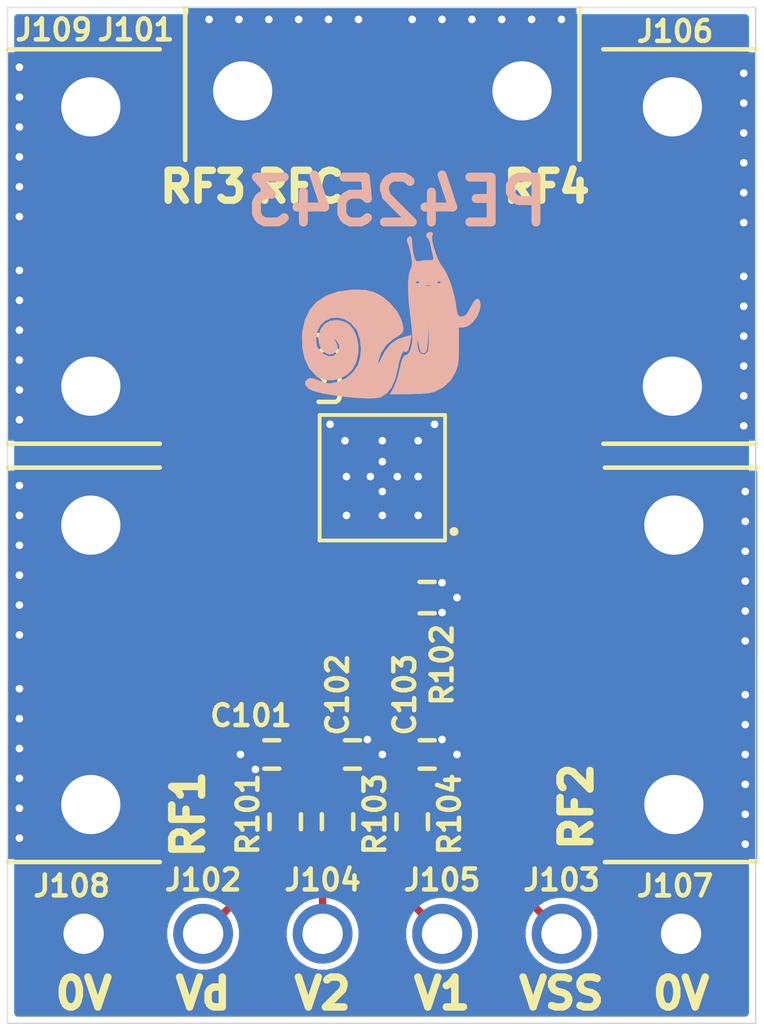
<source format=kicad_pcb>
(kicad_pcb (version 20171130) (host pcbnew "(5.1.2-194-gf11d95044)")

  (general
    (thickness 1.6)
    (drawings 20)
    (tracks 129)
    (zones 0)
    (modules 28)
    (nets 22)
  )

  (page A4)
  (layers
    (0 F.Cu signal)
    (1 In1.Cu signal)
    (2 In2.Cu signal)
    (31 B.Cu signal)
    (32 B.Adhes user)
    (33 F.Adhes user)
    (34 B.Paste user)
    (35 F.Paste user)
    (36 B.SilkS user)
    (37 F.SilkS user)
    (38 B.Mask user)
    (39 F.Mask user)
    (40 Dwgs.User user)
    (41 Cmts.User user)
    (42 Eco1.User user)
    (43 Eco2.User user)
    (44 Edge.Cuts user)
    (45 Margin user)
    (46 B.CrtYd user)
    (47 F.CrtYd user)
    (48 B.Fab user)
    (49 F.Fab user)
  )

  (setup
    (last_trace_width 0.25)
    (user_trace_width 0.3)
    (user_trace_width 0.41)
    (trace_clearance 0.13)
    (zone_clearance 0.13)
    (zone_45_only no)
    (trace_min 0.2)
    (via_size 0.8)
    (via_drill 0.4)
    (via_min_size 0.4)
    (via_min_drill 0.254)
    (user_via 0.4 0.254)
    (uvia_size 0.3)
    (uvia_drill 0.1)
    (uvias_allowed no)
    (uvia_min_size 0.2)
    (uvia_min_drill 0.1)
    (edge_width 0.05)
    (segment_width 0.2)
    (pcb_text_width 0.3)
    (pcb_text_size 1.5 1.5)
    (mod_edge_width 0.12)
    (mod_text_size 1 1)
    (mod_text_width 0.15)
    (pad_size 1.524 1.524)
    (pad_drill 0.762)
    (pad_to_mask_clearance 0.01)
    (solder_mask_min_width 0.135)
    (aux_axis_origin 0 0)
    (visible_elements FFFDFF7F)
    (pcbplotparams
      (layerselection 0x010fc_ffffffff)
      (usegerberextensions false)
      (usegerberattributes false)
      (usegerberadvancedattributes false)
      (creategerberjobfile false)
      (excludeedgelayer true)
      (linewidth 0.100000)
      (plotframeref false)
      (viasonmask false)
      (mode 1)
      (useauxorigin false)
      (hpglpennumber 1)
      (hpglpenspeed 20)
      (hpglpendiameter 15.000000)
      (psnegative false)
      (psa4output false)
      (plotreference true)
      (plotvalue true)
      (plotinvisibletext false)
      (padsonsilk false)
      (subtractmaskfromsilk false)
      (outputformat 1)
      (mirror false)
      (drillshape 1)
      (scaleselection 1)
      (outputdirectory ""))
  )

  (net 0 "")
  (net 1 "Net-(C101-Pad1)")
  (net 2 GND)
  (net 3 "Net-(C102-Pad1)")
  (net 4 "Net-(C103-Pad1)")
  (net 5 "Net-(J101-Pad1)")
  (net 6 "Net-(J102-Pad1)")
  (net 7 "Net-(J103-Pad1)")
  (net 8 "Net-(J104-Pad1)")
  (net 9 "Net-(J105-Pad1)")
  (net 10 "Net-(E101-Pad2)")
  (net 11 "Net-(E101-Pad1)")
  (net 12 "Net-(E102-Pad2)")
  (net 13 "Net-(E102-Pad1)")
  (net 14 "Net-(E103-Pad1)")
  (net 15 "Net-(E103-Pad2)")
  (net 16 "Net-(E105-Pad2)")
  (net 17 "Net-(E105-Pad1)")
  (net 18 "Net-(E104-Pad2)")
  (net 19 "Net-(E106-Pad1)")
  (net 20 "Net-(E107-Pad1)")
  (net 21 "Net-(E108-Pad2)")

  (net_class Default "This is the default net class."
    (clearance 0.13)
    (trace_width 0.25)
    (via_dia 0.8)
    (via_drill 0.4)
    (uvia_dia 0.3)
    (uvia_drill 0.1)
    (add_net GND)
    (add_net "Net-(C101-Pad1)")
    (add_net "Net-(C102-Pad1)")
    (add_net "Net-(C103-Pad1)")
    (add_net "Net-(E101-Pad1)")
    (add_net "Net-(E101-Pad2)")
    (add_net "Net-(E102-Pad1)")
    (add_net "Net-(E102-Pad2)")
    (add_net "Net-(E103-Pad1)")
    (add_net "Net-(E103-Pad2)")
    (add_net "Net-(E104-Pad2)")
    (add_net "Net-(E105-Pad1)")
    (add_net "Net-(E105-Pad2)")
    (add_net "Net-(E106-Pad1)")
    (add_net "Net-(E107-Pad1)")
    (add_net "Net-(E108-Pad2)")
    (add_net "Net-(J102-Pad1)")
    (add_net "Net-(J103-Pad1)")
    (add_net "Net-(J104-Pad1)")
    (add_net "Net-(J105-Pad1)")
  )

  (net_class RF ""
    (clearance 0.13)
    (trace_width 0.41)
    (via_dia 0.8)
    (via_drill 0.4)
    (uvia_dia 0.3)
    (uvia_drill 0.1)
    (add_net "Net-(J101-Pad1)")
  )

  (module vna_footprints:snail (layer B.Cu) (tedit 0) (tstamp 5D46ABFF)
    (at 152.25 85.25 180)
    (fp_text reference G*** (at 0 0) (layer B.SilkS) hide
      (effects (font (size 1.524 1.524) (thickness 0.3)) (justify mirror))
    )
    (fp_text value LOGO (at 0.75 0) (layer B.SilkS) hide
      (effects (font (size 1.524 1.524) (thickness 0.3)) (justify mirror))
    )
    (fp_poly (pts (xy -1.292968 2.723896) (xy -1.236747 2.669381) (xy -1.219653 2.593493) (xy -1.248618 2.543137)
      (xy -1.265791 2.54) (xy -1.30139 2.494809) (xy -1.343226 2.37861) (xy -1.369389 2.274183)
      (xy -1.407561 2.099727) (xy -1.441419 1.950858) (xy -1.454481 1.896468) (xy -1.46174 1.821122)
      (xy -1.414212 1.793223) (xy -1.312783 1.793281) (xy -1.146445 1.787735) (xy -1.005379 1.76415)
      (xy -0.917795 1.748805) (xy -0.865668 1.779779) (xy -0.824488 1.87897) (xy -0.80559 1.942654)
      (xy -0.764995 2.139017) (xy -0.745269 2.343262) (xy -0.744883 2.374901) (xy -0.732991 2.525798)
      (xy -0.692593 2.587974) (xy -0.676377 2.5908) (xy -0.599139 2.550138) (xy -0.569075 2.459728)
      (xy -0.597224 2.374254) (xy -0.631508 2.294343) (xy -0.672469 2.146879) (xy -0.709071 1.974802)
      (xy -0.740057 1.781863) (xy -0.744966 1.652662) (xy -0.722477 1.552397) (xy -0.690364 1.482025)
      (xy -0.640811 1.315619) (xy -0.61566 1.064407) (xy -0.614952 0.742219) (xy -0.638729 0.362884)
      (xy -0.6858 -0.0508) (xy -0.717257 -0.303275) (xy -0.742263 -0.546706) (xy -0.75743 -0.745785)
      (xy -0.760391 -0.828022) (xy -0.745164 -0.996364) (xy -0.704353 -1.162359) (xy -0.648417 -1.296065)
      (xy -0.587819 -1.367543) (xy -0.570196 -1.372377) (xy -0.491895 -1.400886) (xy -0.428744 -1.49205)
      (xy -0.373742 -1.659922) (xy -0.332797 -1.848952) (xy -0.278567 -2.075416) (xy -0.207847 -2.29528)
      (xy -0.135485 -2.462691) (xy -0.132038 -2.468956) (xy -0.007153 -2.6924) (xy -0.651277 -2.68882)
      (xy -1.023376 -2.678955) (xy -1.303241 -2.654238) (xy -1.486791 -2.61504) (xy -1.493991 -2.612478)
      (xy -1.801866 -2.451985) (xy -2.038848 -2.219714) (xy -2.177838 -1.986633) (xy -2.235163 -1.855487)
      (xy -2.273343 -1.735509) (xy -2.296199 -1.60075) (xy -2.307552 -1.425261) (xy -2.311223 -1.183092)
      (xy -2.3114 -1.079534) (xy -2.3114 -0.727239) (xy -1.310577 -0.727239) (xy -1.309443 -0.941553)
      (xy -1.297573 -1.125519) (xy -1.277298 -1.24909) (xy -1.268213 -1.273339) (xy -1.179297 -1.358913)
      (xy -1.072971 -1.360228) (xy -0.982935 -1.280834) (xy -0.963943 -1.241292) (xy -0.926476 -1.086112)
      (xy -0.918411 -0.974592) (xy -0.926127 -0.890676) (xy -0.942214 -0.902197) (xy -0.967632 -1.011279)
      (xy -0.988742 -1.1303) (xy -1.025558 -1.263293) (xy -1.085705 -1.316788) (xy -1.118935 -1.3208)
      (xy -1.179578 -1.30674) (xy -1.222368 -1.254246) (xy -1.251353 -1.147845) (xy -1.270582 -0.972068)
      (xy -1.284102 -0.71144) (xy -1.285083 -0.6858) (xy -1.300354 -0.2794) (xy -1.310577 -0.727239)
      (xy -2.3114 -0.727239) (xy -2.3114 -0.457268) (xy -2.458966 -0.457234) (xy -2.619118 -0.410906)
      (xy -2.773597 -0.288881) (xy -2.905936 -0.116486) (xy -2.999669 0.080952) (xy -3.03833 0.278104)
      (xy -3.021896 0.408621) (xy -2.966864 0.496411) (xy -2.891161 0.488031) (xy -2.798741 0.385885)
      (xy -2.704603 0.2159) (xy -2.615781 0.046958) (xy -2.540205 -0.046931) (xy -2.45888 -0.08706)
      (xy -2.430061 -0.091853) (xy -2.351872 -0.093739) (xy -2.299639 -0.065111) (xy -2.263593 0.012698)
      (xy -2.233963 0.158352) (xy -2.209139 0.3302) (xy -2.156548 0.605842) (xy -2.076385 0.893899)
      (xy -2.062207 0.933434) (xy -1.37865 0.933434) (xy -1.311176 0.924639) (xy -1.2954 0.924304)
      (xy -1.208643 0.929795) (xy -1.201005 0.945698) (xy -1.205534 0.947722) (xy -1.306381 0.957771)
      (xy -1.357934 0.949604) (xy -1.37865 0.933434) (xy -2.062207 0.933434) (xy -2.014081 1.067629)
      (xy -1.701288 1.067629) (xy -1.690251 1.023451) (xy -1.653999 1.016) (xy -1.58433 1.027781)
      (xy -1.5748 1.038402) (xy -1.597744 1.067629) (xy -0.990088 1.067629) (xy -0.979051 1.023451)
      (xy -0.942799 1.016) (xy -0.87313 1.027781) (xy -0.8636 1.038402) (xy -0.900825 1.08582)
      (xy -0.967806 1.086877) (xy -0.990088 1.067629) (xy -1.597744 1.067629) (xy -1.612025 1.08582)
      (xy -1.679006 1.086877) (xy -1.701288 1.067629) (xy -2.014081 1.067629) (xy -1.978823 1.165939)
      (xy -1.874038 1.393527) (xy -1.774077 1.546108) (xy -1.687737 1.674743) (xy -1.600753 1.854129)
      (xy -1.521316 2.059057) (xy -1.457621 2.264319) (xy -1.41786 2.444707) (xy -1.410226 2.575014)
      (xy -1.425188 2.619559) (xy -1.444203 2.690827) (xy -1.390436 2.733073) (xy -1.292968 2.723896)) (layer B.SilkS) (width 0.01))
    (fp_poly (pts (xy 1.287174 0.800626) (xy 1.745036 0.735936) (xy 2.130996 0.600911) (xy 2.443642 0.396852)
      (xy 2.681561 0.125061) (xy 2.84334 -0.213159) (xy 2.927566 -0.616506) (xy 2.935858 -0.718996)
      (xy 2.925934 -1.144036) (xy 2.844936 -1.514145) (xy 2.695967 -1.821512) (xy 2.48213 -2.058328)
      (xy 2.373363 -2.135091) (xy 2.150976 -2.215302) (xy 1.898618 -2.219093) (xy 1.644021 -2.15367)
      (xy 1.414918 -2.026237) (xy 1.239039 -1.843999) (xy 1.236121 -1.839643) (xy 1.114601 -1.587048)
      (xy 1.056012 -1.307601) (xy 1.056802 -1.022503) (xy 1.113418 -0.752956) (xy 1.222308 -0.520161)
      (xy 1.379918 -0.345319) (xy 1.49808 -0.276343) (xy 1.758387 -0.212009) (xy 1.990952 -0.238217)
      (xy 2.181894 -0.345902) (xy 2.317332 -0.525998) (xy 2.383383 -0.769442) (xy 2.387599 -0.857179)
      (xy 2.355966 -1.047713) (xy 2.273156 -1.203362) (xy 2.157305 -1.312021) (xy 2.026552 -1.361588)
      (xy 1.899032 -1.339959) (xy 1.801264 -1.24847) (xy 1.75193 -1.156321) (xy 1.75299 -1.074073)
      (xy 1.802606 -0.95637) (xy 1.884625 -0.7874) (xy 1.780512 -0.907327) (xy 1.689965 -1.059652)
      (xy 1.697811 -1.205587) (xy 1.768369 -1.321522) (xy 1.902731 -1.419692) (xy 2.061969 -1.424949)
      (xy 2.232591 -1.338453) (xy 2.304073 -1.275373) (xy 2.400412 -1.165008) (xy 2.447999 -1.056646)
      (xy 2.463142 -0.905933) (xy 2.4638 -0.840948) (xy 2.423936 -0.576329) (xy 2.315293 -0.369822)
      (xy 2.154286 -0.224191) (xy 1.957335 -0.142195) (xy 1.740858 -0.126599) (xy 1.521272 -0.180163)
      (xy 1.314996 -0.305649) (xy 1.138449 -0.505819) (xy 1.0795 -0.608074) (xy 0.994352 -0.866156)
      (xy 0.963982 -1.1671) (xy 0.989161 -1.467709) (xy 1.059941 -1.702235) (xy 1.225203 -1.95375)
      (xy 1.457507 -2.154482) (xy 1.7314 -2.28766) (xy 2.02143 -2.336513) (xy 2.022582 -2.336516)
      (xy 2.136817 -2.316894) (xy 2.296377 -2.266607) (xy 2.386253 -2.230935) (xy 2.54758 -2.170006)
      (xy 2.655063 -2.155882) (xy 2.741654 -2.183572) (xy 2.828587 -2.271) (xy 2.827201 -2.377899)
      (xy 2.742926 -2.48457) (xy 2.6416 -2.546663) (xy 2.465615 -2.608622) (xy 2.220475 -2.667102)
      (xy 1.926984 -2.719918) (xy 1.605944 -2.764889) (xy 1.278157 -2.799831) (xy 0.964428 -2.822561)
      (xy 0.685558 -2.830895) (xy 0.462351 -2.822651) (xy 0.315609 -2.795646) (xy 0.305844 -2.791788)
      (xy 0.094955 -2.656436) (xy -0.068238 -2.447484) (xy -0.18864 -2.156928) (xy -0.254435 -1.877202)
      (xy -0.307587 -1.628567) (xy -0.36545 -1.432042) (xy -0.422724 -1.30059) (xy -0.474106 -1.247171)
      (xy -0.504907 -1.264994) (xy -0.554098 -1.28947) (xy -0.606982 -1.225568) (xy -0.656664 -1.085959)
      (xy -0.690031 -0.924793) (xy -0.722897 -0.719261) (xy -0.551949 -0.757971) (xy -0.264624 -0.855367)
      (xy -0.035565 -1.011767) (xy 0.153012 -1.242499) (xy 0.27874 -1.473894) (xy 0.348704 -1.6186)
      (xy 0.384302 -1.677184) (xy 0.392412 -1.656381) (xy 0.381807 -1.5748) (xy 0.290718 -1.299661)
      (xy 0.118784 -1.046738) (xy -0.113403 -0.843946) (xy -0.192067 -0.796875) (xy -0.345898 -0.703842)
      (xy -0.430899 -0.613301) (xy -0.454463 -0.499679) (xy -0.423981 -0.3374) (xy -0.372065 -0.174149)
      (xy -0.252901 0.062852) (xy -0.048868 0.312239) (xy -0.003765 0.358172) (xy 0.249896 0.574043)
      (xy 0.5128 0.71504) (xy 0.809377 0.789534) (xy 1.164059 0.8059) (xy 1.287174 0.800626)) (layer B.SilkS) (width 0.01))
  )

  (module v:RFSW__PE42543A-X (layer F.Cu) (tedit 5D462D7C) (tstamp 5D464264)
    (at 152 90.7384 180)
    (path /5D470C89)
    (attr smd)
    (fp_text reference U101 (at 1.75 3.7384 90) (layer F.SilkS)
      (effects (font (size 0.7 0.7) (thickness 0.15)))
    )
    (fp_text value PE42543 (at -0.677697 2.60171) (layer F.SilkS) hide
      (effects (font (size 0.7 0.7) (thickness 0.05)))
    )
    (fp_poly (pts (xy -1.55 1.575) (xy -1.9 1.575) (xy -1.9 1.225) (xy -1.55 1.225)) (layer F.Mask) (width 0))
    (fp_poly (pts (xy -1.55 1.55) (xy -1.175 1.55) (xy -1.175 1.9) (xy -1.55 1.9)) (layer F.Mask) (width 0))
    (fp_poly (pts (xy -1.9 1.575) (xy -1.9 1.245) (xy -1.56 1.245) (xy -1.56 1.47)
      (xy -1.64 1.575)) (layer F.Cu) (width 0.0001))
    (fp_poly (pts (xy -1.195 1.57) (xy -1.195 1.9) (xy -1.535 1.9) (xy -1.535 1.675)
      (xy -1.455 1.57)) (layer F.Paste) (width 0.0001))
    (fp_poly (pts (xy -1.9 1.575) (xy -1.9 1.245) (xy -1.56 1.245) (xy -1.56 1.47)
      (xy -1.64 1.575)) (layer F.Paste) (width 0.0001))
    (fp_poly (pts (xy -1.195 1.57) (xy -1.195 1.9) (xy -1.535 1.9) (xy -1.535 1.675)
      (xy -1.455 1.57)) (layer F.Cu) (width 0.0001))
    (fp_poly (pts (xy 1.549535 1.225) (xy 1.899535 1.225) (xy 1.900465 1.575) (xy 1.550465 1.575)) (layer F.Mask) (width 0))
    (fp_poly (pts (xy 1.175 1.55) (xy 1.55 1.55) (xy 1.55 1.9) (xy 1.175 1.9)) (layer F.Mask) (width 0))
    (fp_poly (pts (xy 1.9 1.575) (xy 1.9 1.245) (xy 1.56 1.245) (xy 1.56 1.47)
      (xy 1.64 1.575)) (layer F.Cu) (width 0.0001))
    (fp_poly (pts (xy 1.195 1.57) (xy 1.195 1.9) (xy 1.535 1.9) (xy 1.535 1.675)
      (xy 1.455 1.57)) (layer F.Paste) (width 0.0001))
    (fp_poly (pts (xy 1.9 1.575) (xy 1.9 1.245) (xy 1.56 1.245) (xy 1.56 1.47)
      (xy 1.64 1.575)) (layer F.Paste) (width 0.0001))
    (fp_poly (pts (xy 1.195 1.57) (xy 1.195 1.9) (xy 1.535 1.9) (xy 1.535 1.675)
      (xy 1.455 1.57)) (layer F.Cu) (width 0.0001))
    (fp_line (start 2.25 -2.25) (end -2.25 -2.25) (layer Eco1.User) (width 0.05))
    (fp_line (start 2.25 2.25) (end 2.25 -2.25) (layer Eco1.User) (width 0.05))
    (fp_line (start -2.25 2.25) (end 2.25 2.25) (layer Eco1.User) (width 0.05))
    (fp_line (start -2.25 -2.25) (end -2.25 2.25) (layer Eco1.User) (width 0.05))
    (fp_circle (center -2.4 -1.8) (end -2.325 -1.8) (layer F.SilkS) (width 0.15))
    (fp_line (start 2.1 -2.1) (end -2.1 -2.1) (layer F.SilkS) (width 0.127))
    (fp_line (start 2.1 2.1) (end 2.1 -2.1) (layer F.SilkS) (width 0.127))
    (fp_line (start -2.1 2.1) (end 2.1 2.1) (layer F.SilkS) (width 0.127))
    (fp_line (start -2.1 -2.1) (end -2.1 2.1) (layer F.SilkS) (width 0.127))
    (fp_line (start 2 -2) (end -2 -2) (layer Eco2.User) (width 0.127))
    (fp_line (start 2 2) (end 2 -2) (layer Eco2.User) (width 0.127))
    (fp_line (start -2 2) (end 2 2) (layer Eco2.User) (width 0.127))
    (fp_line (start -2 -2) (end -2 2) (layer Eco2.User) (width 0.127))
    (fp_poly (pts (xy -1.16418 0.448) (xy -0.448 0.448) (xy -0.448 1.16418) (xy -1.16418 1.16418)) (layer F.Paste) (width 0))
    (fp_poly (pts (xy 0.448255 0.448) (xy 1.162 0.448) (xy 1.162 1.16266) (xy 0.448255 1.16266)) (layer F.Paste) (width 0))
    (fp_poly (pts (xy 0.448304 -1.162) (xy 1.162 -1.162) (xy 1.162 -0.448304) (xy 0.448304 -0.448304)) (layer F.Paste) (width 0))
    (fp_poly (pts (xy -1.16563 -1.162) (xy -0.448 -1.162) (xy -0.448 -0.449401) (xy -1.16563 -0.449401)) (layer F.Paste) (width 0))
    (pad 30 smd rect (at -0.805 0.805 180) (size 1.13 1.13) (layers F.Cu F.Paste F.Mask)
      (net 2 GND))
    (pad 30 smd rect (at 0.805 0.805 180) (size 1.13 1.13) (layers F.Cu F.Paste F.Mask)
      (net 2 GND))
    (pad 30 smd rect (at 0.805 -0.805 180) (size 1.13 1.13) (layers F.Cu F.Paste F.Mask)
      (net 2 GND))
    (pad 30 smd rect (at -0.805 -0.805 180) (size 1.13 1.13) (layers F.Cu F.Paste F.Mask)
      (net 2 GND))
    (pad 29 smd rect (at -1 -1.75 180) (size 0.26 0.3) (layers F.Cu F.Paste F.Mask)
      (net 7 "Net-(J103-Pad1)"))
    (pad 28 smd rect (at -0.6 -1.75 180) (size 0.26 0.3) (layers F.Cu F.Paste F.Mask)
      (net 4 "Net-(C103-Pad1)"))
    (pad 27 smd rect (at -0.2 -1.75 180) (size 0.26 0.3) (layers F.Cu F.Paste F.Mask)
      (net 3 "Net-(C102-Pad1)"))
    (pad 26 smd rect (at 0.2 -1.75 180) (size 0.26 0.3) (layers F.Cu F.Paste F.Mask)
      (net 2 GND))
    (pad 25 smd rect (at 0.6 -1.75 180) (size 0.26 0.3) (layers F.Cu F.Paste F.Mask)
      (net 2 GND))
    (pad 24 smd rect (at 1 -1.75 180) (size 0.26 0.3) (layers F.Cu F.Paste F.Mask)
      (net 1 "Net-(C101-Pad1)"))
    (pad 16 smd rect (at 1.73 1.4088 270) (size 0.1 0.1) (layers F.Cu F.Paste F.Mask)
      (net 2 GND))
    (pad 17 smd rect (at 1.75 0.9804 180) (size 0.3 0.3) (layers F.Cu F.Paste F.Mask)
      (net 12 "Net-(E102-Pad2)"))
    (pad 18 smd rect (at 1.73 0.512 270) (size 0.33 0.34) (layers F.Cu F.Paste F.Mask)
      (net 2 GND))
    (pad 19 smd rect (at 1.73 0.0636 270) (size 0.33 0.34) (layers F.Cu F.Paste F.Mask)
      (net 2 GND))
    (pad 20 smd rect (at 1.73 -0.3848 270) (size 0.33 0.34) (layers F.Cu F.Paste F.Mask)
      (net 2 GND))
    (pad 21 smd rect (at 1.73 -0.8332 270) (size 0.33 0.34) (layers F.Cu F.Paste F.Mask)
      (net 2 GND))
    (pad 22 smd rect (at 1.75 -1.2616 180) (size 0.3 0.3) (layers F.Cu F.Paste F.Mask)
      (net 17 "Net-(E105-Pad1)"))
    (pad 23 smd rect (at 1.73 -1.73 270) (size 0.33 0.34) (layers F.Cu F.Paste F.Mask)
      (net 2 GND))
    (pad 15 smd rect (at 1.3652 1.735 270) (size 0.1 0.1) (layers F.Cu F.Paste F.Mask)
      (net 2 GND))
    (pad 14 smd rect (at 0.9168 1.735 270) (size 0.33 0.34) (layers F.Cu F.Paste F.Mask)
      (net 2 GND))
    (pad 13 smd rect (at 0.4684 1.735 270) (size 0.33 0.34) (layers F.Cu F.Paste F.Mask)
      (net 2 GND))
    (pad 12 smd rect (at 0 1.75 180) (size 0.3 0.3) (layers F.Cu F.Paste F.Mask)
      (net 5 "Net-(J101-Pad1)"))
    (pad 11 smd rect (at -0.4684 1.735 270) (size 0.33 0.34) (layers F.Cu F.Paste F.Mask)
      (net 2 GND))
    (pad 10 smd rect (at -0.9168 1.735 270) (size 0.33 0.34) (layers F.Cu F.Paste F.Mask)
      (net 2 GND))
    (pad 9 smd rect (at -1.3652 1.735 270) (size 0.1 0.1) (layers F.Cu F.Paste F.Mask)
      (net 2 GND))
    (pad 8 smd rect (at -1.73 1.4088 270) (size 0.1 0.1) (layers F.Cu F.Paste F.Mask)
      (net 2 GND))
    (pad 7 smd rect (at -1.75 0.9804 180) (size 0.3 0.3) (layers F.Cu F.Paste F.Mask)
      (net 11 "Net-(E101-Pad1)"))
    (pad 6 smd rect (at -1.73 0.512 270) (size 0.33 0.34) (layers F.Cu F.Paste F.Mask)
      (net 2 GND))
    (pad 5 smd rect (at -1.73 0.0636 270) (size 0.33 0.34) (layers F.Cu F.Paste F.Mask)
      (net 2 GND))
    (pad 4 smd rect (at -1.73 -0.3848 270) (size 0.33 0.34) (layers F.Cu F.Paste F.Mask)
      (net 2 GND))
    (pad 3 smd rect (at -1.73 -0.8332 270) (size 0.33 0.34) (layers F.Cu F.Paste F.Mask)
      (net 2 GND))
    (pad 2 smd rect (at -1.75 -1.2616 180) (size 0.3 0.3) (layers F.Cu F.Paste F.Mask)
      (net 18 "Net-(E104-Pad2)"))
    (pad 1 smd rect (at -1.73 -1.73 270) (size 0.33 0.34) (layers F.Cu F.Paste F.Mask)
      (net 2 GND))
  )

  (module Capacitors_SMD:C_0402 (layer F.Cu) (tedit 5415D599) (tstamp 5D46411C)
    (at 148.3 100 180)
    (descr "Capacitor SMD 0402, reflow soldering, AVX (see smccp.pdf)")
    (tags "capacitor 0402")
    (path /5D4C0196)
    (attr smd)
    (fp_text reference C101 (at 0.7 1.3) (layer F.SilkS)
      (effects (font (size 0.7 0.7) (thickness 0.15)))
    )
    (fp_text value "100 pF" (at 0 1.7) (layer F.SilkS) hide
      (effects (font (size 0.7 0.7) (thickness 0.15)))
    )
    (fp_line (start -1.15 -0.6) (end 1.15 -0.6) (layer F.CrtYd) (width 0.05))
    (fp_line (start -1.15 0.6) (end 1.15 0.6) (layer F.CrtYd) (width 0.05))
    (fp_line (start -1.15 -0.6) (end -1.15 0.6) (layer F.CrtYd) (width 0.05))
    (fp_line (start 1.15 -0.6) (end 1.15 0.6) (layer F.CrtYd) (width 0.05))
    (fp_line (start 0.25 -0.475) (end -0.25 -0.475) (layer F.SilkS) (width 0.15))
    (fp_line (start -0.25 0.475) (end 0.25 0.475) (layer F.SilkS) (width 0.15))
    (pad 1 smd rect (at -0.55 0 180) (size 0.6 0.5) (layers F.Cu F.Paste F.Mask)
      (net 1 "Net-(C101-Pad1)"))
    (pad 2 smd rect (at 0.55 0 180) (size 0.6 0.5) (layers F.Cu F.Paste F.Mask)
      (net 2 GND))
    (model Capacitors_SMD.3dshapes/C_0402.wrl
      (at (xyz 0 0 0))
      (scale (xyz 1 1 1))
      (rotate (xyz 0 0 0))
    )
  )

  (module Capacitors_SMD:C_0402 (layer F.Cu) (tedit 5415D599) (tstamp 5D464128)
    (at 151 100)
    (descr "Capacitor SMD 0402, reflow soldering, AVX (see smccp.pdf)")
    (tags "capacitor 0402")
    (path /5D4A6E72)
    (attr smd)
    (fp_text reference C102 (at -0.5 -2 90) (layer F.SilkS)
      (effects (font (size 0.7 0.7) (thickness 0.15)))
    )
    (fp_text value "100 pF" (at 0 1.7) (layer F.SilkS) hide
      (effects (font (size 0.7 0.7) (thickness 0.15)))
    )
    (fp_line (start -0.25 0.475) (end 0.25 0.475) (layer F.SilkS) (width 0.15))
    (fp_line (start 0.25 -0.475) (end -0.25 -0.475) (layer F.SilkS) (width 0.15))
    (fp_line (start 1.15 -0.6) (end 1.15 0.6) (layer F.CrtYd) (width 0.05))
    (fp_line (start -1.15 -0.6) (end -1.15 0.6) (layer F.CrtYd) (width 0.05))
    (fp_line (start -1.15 0.6) (end 1.15 0.6) (layer F.CrtYd) (width 0.05))
    (fp_line (start -1.15 -0.6) (end 1.15 -0.6) (layer F.CrtYd) (width 0.05))
    (pad 2 smd rect (at 0.55 0) (size 0.6 0.5) (layers F.Cu F.Paste F.Mask)
      (net 2 GND))
    (pad 1 smd rect (at -0.55 0) (size 0.6 0.5) (layers F.Cu F.Paste F.Mask)
      (net 3 "Net-(C102-Pad1)"))
    (model Capacitors_SMD.3dshapes/C_0402.wrl
      (at (xyz 0 0 0))
      (scale (xyz 1 1 1))
      (rotate (xyz 0 0 0))
    )
  )

  (module Capacitors_SMD:C_0402 (layer F.Cu) (tedit 5415D599) (tstamp 5D464134)
    (at 153.5 100)
    (descr "Capacitor SMD 0402, reflow soldering, AVX (see smccp.pdf)")
    (tags "capacitor 0402")
    (path /5D493881)
    (attr smd)
    (fp_text reference C103 (at -0.75 -2 90) (layer F.SilkS)
      (effects (font (size 0.7 0.7) (thickness 0.15)))
    )
    (fp_text value "100 pF" (at 0 1.7) (layer F.SilkS) hide
      (effects (font (size 0.7 0.7) (thickness 0.15)))
    )
    (fp_line (start -1.15 -0.6) (end 1.15 -0.6) (layer F.CrtYd) (width 0.05))
    (fp_line (start -1.15 0.6) (end 1.15 0.6) (layer F.CrtYd) (width 0.05))
    (fp_line (start -1.15 -0.6) (end -1.15 0.6) (layer F.CrtYd) (width 0.05))
    (fp_line (start 1.15 -0.6) (end 1.15 0.6) (layer F.CrtYd) (width 0.05))
    (fp_line (start 0.25 -0.475) (end -0.25 -0.475) (layer F.SilkS) (width 0.15))
    (fp_line (start -0.25 0.475) (end 0.25 0.475) (layer F.SilkS) (width 0.15))
    (pad 1 smd rect (at -0.55 0) (size 0.6 0.5) (layers F.Cu F.Paste F.Mask)
      (net 4 "Net-(C103-Pad1)"))
    (pad 2 smd rect (at 0.55 0) (size 0.6 0.5) (layers F.Cu F.Paste F.Mask)
      (net 2 GND))
    (model Capacitors_SMD.3dshapes/C_0402.wrl
      (at (xyz 0 0 0))
      (scale (xyz 1 1 1))
      (rotate (xyz 0 0 0))
    )
  )

  (module v:sw_edge_oshpark_4layer (layer F.Cu) (tedit 5D05611E) (tstamp 5D464156)
    (at 152 75)
    (path /5D486C78)
    (fp_text reference J101 (at -8.25 0.75) (layer F.SilkS)
      (effects (font (size 0.7 0.7) (thickness 0.15)))
    )
    (fp_text value Conn_Coaxial (at -11.9 7.3 90) (layer F.SilkS) hide
      (effects (font (size 0.7 0.7) (thickness 0.15)))
    )
    (fp_poly (pts (xy -6.6 0) (xy -0.5 0) (xy -0.5 5.1) (xy -6.6 5.1)) (layer F.Mask) (width 0.1))
    (fp_poly (pts (xy 0.5 0) (xy 6.6 0) (xy 6.6 5.1) (xy 0.5 5.1)) (layer F.Mask) (width 0.1))
    (fp_poly (pts (xy -0.6 1.9) (xy 0.6 1.9) (xy 0.6 5.1) (xy -0.6 5.1)) (layer F.Mask) (width 0.1))
    (fp_poly (pts (xy -0.5 0) (xy 0.5 0) (xy 0.5 1.3) (xy -0.5 1.3)) (layer F.Mask) (width 0.1))
    (fp_line (start 6.6 0) (end 6.6 5.1) (layer F.SilkS) (width 0.15))
    (fp_line (start -6.6 0) (end -6.6 5) (layer F.SilkS) (width 0.15))
    (fp_line (start -6.6 5) (end -6.6 5.1) (layer F.SilkS) (width 0.15))
    (pad 2 smd rect (at 0 2.55 180) (size 13 5.1) (layers B.Cu B.Mask)
      (net 2 GND))
    (pad 2 smd rect (at 4.775 2.85 180) (size 3.25 4.5) (layers F.Cu F.Mask)
      (net 2 GND))
    (pad 2 smd rect (at -4.775 2.85 180) (size 3.25 4.5) (layers F.Cu F.Mask)
      (net 2 GND))
    (pad 2 thru_hole circle (at -4.675 2.79) (size 3 3) (drill 1.98) (layers *.Cu *.Mask)
      (net 2 GND))
    (pad 2 thru_hole circle (at 4.675 2.79) (size 3 3) (drill 1.98) (layers *.Cu *.Mask)
      (net 2 GND))
    (pad 1 smd rect (at 0 3.04) (size 0.41 4.08) (layers F.Cu)
      (net 5 "Net-(J101-Pad1)"))
    (pad 1 smd trapezoid (at 0 0.5) (size 0.3 1) (rect_delta 0 0.11 ) (layers F.Cu F.Mask)
      (net 5 "Net-(J101-Pad1)"))
    (pad 2 smd rect (at 3.4 0.3 180) (size 6 0.6) (layers F.Cu F.Mask)
      (net 2 GND))
    (pad 2 smd trapezoid (at 3.4 0.7) (size 5.8 0.2) (rect_delta 0 -0.2 ) (layers F.Cu F.Mask)
      (net 2 GND))
    (pad 2 thru_hole circle (at 1 0.4) (size 0.5 0.5) (drill 0.254) (layers *.Cu *.Mask)
      (net 2 GND))
    (pad 2 thru_hole circle (at 2 0.4) (size 0.5 0.5) (drill 0.254) (layers *.Cu *.Mask)
      (net 2 GND))
    (pad 2 thru_hole circle (at 3 0.4) (size 0.5 0.5) (drill 0.254) (layers *.Cu *.Mask)
      (net 2 GND))
    (pad 2 thru_hole circle (at 4 0.4) (size 0.5 0.5) (drill 0.254) (layers *.Cu *.Mask)
      (net 2 GND))
    (pad 2 thru_hole circle (at 5 0.4) (size 0.5 0.5) (drill 0.254) (layers *.Cu *.Mask)
      (net 2 GND))
    (pad 2 thru_hole circle (at 6 0.4) (size 0.5 0.5) (drill 0.254) (layers *.Cu *.Mask)
      (net 2 GND))
    (pad 2 smd trapezoid (at -3.4 0.7) (size 5.8 0.2) (rect_delta 0 -0.2 ) (layers F.Cu F.Mask)
      (net 2 GND))
    (pad 2 smd rect (at -3.4 0.3 180) (size 6 0.6) (layers F.Cu F.Mask)
      (net 2 GND))
    (pad 2 thru_hole circle (at -2.8 0.4) (size 0.5 0.5) (drill 0.254) (layers *.Cu *.Mask)
      (net 2 GND))
    (pad 2 thru_hole circle (at -0.8 0.4) (size 0.5 0.5) (drill 0.254) (layers *.Cu *.Mask)
      (net 2 GND))
    (pad 2 thru_hole circle (at -1.8 0.4) (size 0.5 0.5) (drill 0.254) (layers *.Cu *.Mask)
      (net 2 GND))
    (pad 2 thru_hole circle (at -5.8 0.4) (size 0.5 0.5) (drill 0.254) (layers *.Cu *.Mask)
      (net 2 GND))
    (pad 2 thru_hole circle (at -3.8 0.4) (size 0.5 0.5) (drill 0.254) (layers *.Cu *.Mask)
      (net 2 GND))
    (pad 2 thru_hole circle (at -4.8 0.4) (size 0.5 0.5) (drill 0.254) (layers *.Cu *.Mask)
      (net 2 GND))
  )

  (module vna_footprints:TURRET_MILLMAX_2101 (layer F.Cu) (tedit 5ACECEFF) (tstamp 5D46415B)
    (at 146 106)
    (path /5D48CEAA)
    (fp_text reference J102 (at 0 -1.8) (layer F.SilkS)
      (effects (font (size 0.7 0.7) (thickness 0.15)))
    )
    (fp_text value Vdd (at 0 -3.3) (layer F.SilkS) hide
      (effects (font (size 0.7 0.7) (thickness 0.15)))
    )
    (pad 1 thru_hole circle (at 0 0) (size 2 2) (drill 1.35) (layers *.Cu *.Mask)
      (net 6 "Net-(J102-Pad1)"))
  )

  (module vna_footprints:TURRET_MILLMAX_2101 (layer F.Cu) (tedit 5ACECEFF) (tstamp 5D464160)
    (at 158 106)
    (path /5D48CABC)
    (fp_text reference J103 (at 0 -1.8) (layer F.SilkS)
      (effects (font (size 0.7 0.7) (thickness 0.15)))
    )
    (fp_text value Vss (at 0 -3.3) (layer F.SilkS) hide
      (effects (font (size 0.7 0.7) (thickness 0.15)))
    )
    (pad 1 thru_hole circle (at 0 0) (size 2 2) (drill 1.35) (layers *.Cu *.Mask)
      (net 7 "Net-(J103-Pad1)"))
  )

  (module vna_footprints:TURRET_MILLMAX_2101 (layer F.Cu) (tedit 5ACECEFF) (tstamp 5D464165)
    (at 150 106)
    (path /5D48C5F8)
    (fp_text reference J104 (at 0 -1.8) (layer F.SilkS)
      (effects (font (size 0.7 0.7) (thickness 0.15)))
    )
    (fp_text value V2 (at 0 -3.3) (layer F.SilkS) hide
      (effects (font (size 0.7 0.7) (thickness 0.15)))
    )
    (pad 1 thru_hole circle (at 0 0) (size 2 2) (drill 1.35) (layers *.Cu *.Mask)
      (net 8 "Net-(J104-Pad1)"))
  )

  (module vna_footprints:TURRET_MILLMAX_2101 (layer F.Cu) (tedit 5ACECEFF) (tstamp 5D46416A)
    (at 154 106)
    (path /5D48BE3A)
    (fp_text reference J105 (at 0 -1.8) (layer F.SilkS)
      (effects (font (size 0.7 0.7) (thickness 0.15)))
    )
    (fp_text value V1 (at 0 -3.3) (layer F.SilkS) hide
      (effects (font (size 0.7 0.7) (thickness 0.15)))
    )
    (pad 1 thru_hole circle (at 0 0) (size 2 2) (drill 1.35) (layers *.Cu *.Mask)
      (net 9 "Net-(J105-Pad1)"))
  )

  (module v:sw_edge_oshpark_4layer (layer F.Cu) (tedit 5D05611E) (tstamp 5D46418C)
    (at 164.5 83 270)
    (path /5D478678)
    (fp_text reference J106 (at -7.2 2.7 180) (layer F.SilkS)
      (effects (font (size 0.7 0.7) (thickness 0.15)))
    )
    (fp_text value Conn_Coaxial (at -11.9 7.3) (layer F.SilkS) hide
      (effects (font (size 0.7 0.7) (thickness 0.15)))
    )
    (fp_line (start -6.6 5) (end -6.6 5.1) (layer F.SilkS) (width 0.15))
    (fp_line (start -6.6 0) (end -6.6 5) (layer F.SilkS) (width 0.15))
    (fp_line (start 6.6 0) (end 6.6 5.1) (layer F.SilkS) (width 0.15))
    (fp_poly (pts (xy -0.5 0) (xy 0.5 0) (xy 0.5 1.3) (xy -0.5 1.3)) (layer F.Mask) (width 0.1))
    (fp_poly (pts (xy -0.6 1.9) (xy 0.6 1.9) (xy 0.6 5.1) (xy -0.6 5.1)) (layer F.Mask) (width 0.1))
    (fp_poly (pts (xy 0.5 0) (xy 6.6 0) (xy 6.6 5.1) (xy 0.5 5.1)) (layer F.Mask) (width 0.1))
    (fp_poly (pts (xy -6.6 0) (xy -0.5 0) (xy -0.5 5.1) (xy -6.6 5.1)) (layer F.Mask) (width 0.1))
    (pad 2 thru_hole circle (at -4.8 0.4 270) (size 0.5 0.5) (drill 0.254) (layers *.Cu *.Mask)
      (net 2 GND))
    (pad 2 thru_hole circle (at -3.8 0.4 270) (size 0.5 0.5) (drill 0.254) (layers *.Cu *.Mask)
      (net 2 GND))
    (pad 2 thru_hole circle (at -5.8 0.4 270) (size 0.5 0.5) (drill 0.254) (layers *.Cu *.Mask)
      (net 2 GND))
    (pad 2 thru_hole circle (at -1.8 0.4 270) (size 0.5 0.5) (drill 0.254) (layers *.Cu *.Mask)
      (net 2 GND))
    (pad 2 thru_hole circle (at -0.8 0.4 270) (size 0.5 0.5) (drill 0.254) (layers *.Cu *.Mask)
      (net 2 GND))
    (pad 2 thru_hole circle (at -2.8 0.4 270) (size 0.5 0.5) (drill 0.254) (layers *.Cu *.Mask)
      (net 2 GND))
    (pad 2 smd rect (at -3.4 0.3 90) (size 6 0.6) (layers F.Cu F.Mask)
      (net 2 GND))
    (pad 2 smd trapezoid (at -3.4 0.7 270) (size 5.8 0.2) (rect_delta 0 -0.2 ) (layers F.Cu F.Mask)
      (net 2 GND))
    (pad 2 thru_hole circle (at 6 0.4 270) (size 0.5 0.5) (drill 0.254) (layers *.Cu *.Mask)
      (net 2 GND))
    (pad 2 thru_hole circle (at 5 0.4 270) (size 0.5 0.5) (drill 0.254) (layers *.Cu *.Mask)
      (net 2 GND))
    (pad 2 thru_hole circle (at 4 0.4 270) (size 0.5 0.5) (drill 0.254) (layers *.Cu *.Mask)
      (net 2 GND))
    (pad 2 thru_hole circle (at 3 0.4 270) (size 0.5 0.5) (drill 0.254) (layers *.Cu *.Mask)
      (net 2 GND))
    (pad 2 thru_hole circle (at 2 0.4 270) (size 0.5 0.5) (drill 0.254) (layers *.Cu *.Mask)
      (net 2 GND))
    (pad 2 thru_hole circle (at 1 0.4 270) (size 0.5 0.5) (drill 0.254) (layers *.Cu *.Mask)
      (net 2 GND))
    (pad 2 smd trapezoid (at 3.4 0.7 270) (size 5.8 0.2) (rect_delta 0 -0.2 ) (layers F.Cu F.Mask)
      (net 2 GND))
    (pad 2 smd rect (at 3.4 0.3 90) (size 6 0.6) (layers F.Cu F.Mask)
      (net 2 GND))
    (pad 1 smd trapezoid (at 0 0.5 270) (size 0.3 1) (rect_delta 0 0.11 ) (layers F.Cu F.Mask)
      (net 20 "Net-(E107-Pad1)"))
    (pad 1 smd rect (at 0 3.04 270) (size 0.41 4.08) (layers F.Cu)
      (net 20 "Net-(E107-Pad1)"))
    (pad 2 thru_hole circle (at 4.675 2.79 270) (size 3 3) (drill 1.98) (layers *.Cu *.Mask)
      (net 2 GND))
    (pad 2 thru_hole circle (at -4.675 2.79 270) (size 3 3) (drill 1.98) (layers *.Cu *.Mask)
      (net 2 GND))
    (pad 2 smd rect (at -4.775 2.85 90) (size 3.25 4.5) (layers F.Cu F.Mask)
      (net 2 GND))
    (pad 2 smd rect (at 4.775 2.85 90) (size 3.25 4.5) (layers F.Cu F.Mask)
      (net 2 GND))
    (pad 2 smd rect (at 0 2.55 90) (size 13 5.1) (layers B.Cu B.Mask)
      (net 2 GND))
  )

  (module v:sw_edge_oshpark_4layer (layer F.Cu) (tedit 5D05611E) (tstamp 5D4641AE)
    (at 164.55 97 270)
    (path /5D47C180)
    (fp_text reference J107 (at 7.4 2.75 180) (layer F.SilkS)
      (effects (font (size 0.7 0.7) (thickness 0.15)))
    )
    (fp_text value Conn_Coaxial (at -11.9 7.3) (layer F.SilkS) hide
      (effects (font (size 0.7 0.7) (thickness 0.15)))
    )
    (fp_line (start -6.6 5) (end -6.6 5.1) (layer F.SilkS) (width 0.15))
    (fp_line (start -6.6 0) (end -6.6 5) (layer F.SilkS) (width 0.15))
    (fp_line (start 6.6 0) (end 6.6 5.1) (layer F.SilkS) (width 0.15))
    (fp_poly (pts (xy -0.5 0) (xy 0.5 0) (xy 0.5 1.3) (xy -0.5 1.3)) (layer F.Mask) (width 0.1))
    (fp_poly (pts (xy -0.6 1.9) (xy 0.6 1.9) (xy 0.6 5.1) (xy -0.6 5.1)) (layer F.Mask) (width 0.1))
    (fp_poly (pts (xy 0.5 0) (xy 6.6 0) (xy 6.6 5.1) (xy 0.5 5.1)) (layer F.Mask) (width 0.1))
    (fp_poly (pts (xy -6.6 0) (xy -0.5 0) (xy -0.5 5.1) (xy -6.6 5.1)) (layer F.Mask) (width 0.1))
    (pad 2 thru_hole circle (at -4.8 0.4 270) (size 0.5 0.5) (drill 0.254) (layers *.Cu *.Mask)
      (net 2 GND))
    (pad 2 thru_hole circle (at -3.8 0.4 270) (size 0.5 0.5) (drill 0.254) (layers *.Cu *.Mask)
      (net 2 GND))
    (pad 2 thru_hole circle (at -5.8 0.4 270) (size 0.5 0.5) (drill 0.254) (layers *.Cu *.Mask)
      (net 2 GND))
    (pad 2 thru_hole circle (at -1.8 0.4 270) (size 0.5 0.5) (drill 0.254) (layers *.Cu *.Mask)
      (net 2 GND))
    (pad 2 thru_hole circle (at -0.8 0.4 270) (size 0.5 0.5) (drill 0.254) (layers *.Cu *.Mask)
      (net 2 GND))
    (pad 2 thru_hole circle (at -2.8 0.4 270) (size 0.5 0.5) (drill 0.254) (layers *.Cu *.Mask)
      (net 2 GND))
    (pad 2 smd rect (at -3.4 0.3 90) (size 6 0.6) (layers F.Cu F.Mask)
      (net 2 GND))
    (pad 2 smd trapezoid (at -3.4 0.7 270) (size 5.8 0.2) (rect_delta 0 -0.2 ) (layers F.Cu F.Mask)
      (net 2 GND))
    (pad 2 thru_hole circle (at 6 0.4 270) (size 0.5 0.5) (drill 0.254) (layers *.Cu *.Mask)
      (net 2 GND))
    (pad 2 thru_hole circle (at 5 0.4 270) (size 0.5 0.5) (drill 0.254) (layers *.Cu *.Mask)
      (net 2 GND))
    (pad 2 thru_hole circle (at 4 0.4 270) (size 0.5 0.5) (drill 0.254) (layers *.Cu *.Mask)
      (net 2 GND))
    (pad 2 thru_hole circle (at 3 0.4 270) (size 0.5 0.5) (drill 0.254) (layers *.Cu *.Mask)
      (net 2 GND))
    (pad 2 thru_hole circle (at 2 0.4 270) (size 0.5 0.5) (drill 0.254) (layers *.Cu *.Mask)
      (net 2 GND))
    (pad 2 thru_hole circle (at 1 0.4 270) (size 0.5 0.5) (drill 0.254) (layers *.Cu *.Mask)
      (net 2 GND))
    (pad 2 smd trapezoid (at 3.4 0.7 270) (size 5.8 0.2) (rect_delta 0 -0.2 ) (layers F.Cu F.Mask)
      (net 2 GND))
    (pad 2 smd rect (at 3.4 0.3 90) (size 6 0.6) (layers F.Cu F.Mask)
      (net 2 GND))
    (pad 1 smd trapezoid (at 0 0.5 270) (size 0.3 1) (rect_delta 0 0.11 ) (layers F.Cu F.Mask)
      (net 15 "Net-(E103-Pad2)"))
    (pad 1 smd rect (at 0 3.04 270) (size 0.41 4.08) (layers F.Cu)
      (net 15 "Net-(E103-Pad2)"))
    (pad 2 thru_hole circle (at 4.675 2.79 270) (size 3 3) (drill 1.98) (layers *.Cu *.Mask)
      (net 2 GND))
    (pad 2 thru_hole circle (at -4.675 2.79 270) (size 3 3) (drill 1.98) (layers *.Cu *.Mask)
      (net 2 GND))
    (pad 2 smd rect (at -4.775 2.85 90) (size 3.25 4.5) (layers F.Cu F.Mask)
      (net 2 GND))
    (pad 2 smd rect (at 4.775 2.85 90) (size 3.25 4.5) (layers F.Cu F.Mask)
      (net 2 GND))
    (pad 2 smd rect (at 0 2.55 90) (size 13 5.1) (layers B.Cu B.Mask)
      (net 2 GND))
  )

  (module v:sw_edge_oshpark_4layer (layer F.Cu) (tedit 5D05611E) (tstamp 5D4641D0)
    (at 139.45 97 90)
    (path /5D47E7AF)
    (fp_text reference J108 (at -7.4 2.15 180) (layer F.SilkS)
      (effects (font (size 0.7 0.7) (thickness 0.15)))
    )
    (fp_text value Conn_Coaxial (at -11.9 7.3) (layer F.SilkS) hide
      (effects (font (size 0.7 0.7) (thickness 0.15)))
    )
    (fp_poly (pts (xy -6.6 0) (xy -0.5 0) (xy -0.5 5.1) (xy -6.6 5.1)) (layer F.Mask) (width 0.1))
    (fp_poly (pts (xy 0.5 0) (xy 6.6 0) (xy 6.6 5.1) (xy 0.5 5.1)) (layer F.Mask) (width 0.1))
    (fp_poly (pts (xy -0.6 1.9) (xy 0.6 1.9) (xy 0.6 5.1) (xy -0.6 5.1)) (layer F.Mask) (width 0.1))
    (fp_poly (pts (xy -0.5 0) (xy 0.5 0) (xy 0.5 1.3) (xy -0.5 1.3)) (layer F.Mask) (width 0.1))
    (fp_line (start 6.6 0) (end 6.6 5.1) (layer F.SilkS) (width 0.15))
    (fp_line (start -6.6 0) (end -6.6 5) (layer F.SilkS) (width 0.15))
    (fp_line (start -6.6 5) (end -6.6 5.1) (layer F.SilkS) (width 0.15))
    (pad 2 smd rect (at 0 2.55 270) (size 13 5.1) (layers B.Cu B.Mask)
      (net 2 GND))
    (pad 2 smd rect (at 4.775 2.85 270) (size 3.25 4.5) (layers F.Cu F.Mask)
      (net 2 GND))
    (pad 2 smd rect (at -4.775 2.85 270) (size 3.25 4.5) (layers F.Cu F.Mask)
      (net 2 GND))
    (pad 2 thru_hole circle (at -4.675 2.79 90) (size 3 3) (drill 1.98) (layers *.Cu *.Mask)
      (net 2 GND))
    (pad 2 thru_hole circle (at 4.675 2.79 90) (size 3 3) (drill 1.98) (layers *.Cu *.Mask)
      (net 2 GND))
    (pad 1 smd rect (at 0 3.04 90) (size 0.41 4.08) (layers F.Cu)
      (net 19 "Net-(E106-Pad1)"))
    (pad 1 smd trapezoid (at 0 0.5 90) (size 0.3 1) (rect_delta 0 0.11 ) (layers F.Cu F.Mask)
      (net 19 "Net-(E106-Pad1)"))
    (pad 2 smd rect (at 3.4 0.3 270) (size 6 0.6) (layers F.Cu F.Mask)
      (net 2 GND))
    (pad 2 smd trapezoid (at 3.4 0.7 90) (size 5.8 0.2) (rect_delta 0 -0.2 ) (layers F.Cu F.Mask)
      (net 2 GND))
    (pad 2 thru_hole circle (at 1 0.4 90) (size 0.5 0.5) (drill 0.254) (layers *.Cu *.Mask)
      (net 2 GND))
    (pad 2 thru_hole circle (at 2 0.4 90) (size 0.5 0.5) (drill 0.254) (layers *.Cu *.Mask)
      (net 2 GND))
    (pad 2 thru_hole circle (at 3 0.4 90) (size 0.5 0.5) (drill 0.254) (layers *.Cu *.Mask)
      (net 2 GND))
    (pad 2 thru_hole circle (at 4 0.4 90) (size 0.5 0.5) (drill 0.254) (layers *.Cu *.Mask)
      (net 2 GND))
    (pad 2 thru_hole circle (at 5 0.4 90) (size 0.5 0.5) (drill 0.254) (layers *.Cu *.Mask)
      (net 2 GND))
    (pad 2 thru_hole circle (at 6 0.4 90) (size 0.5 0.5) (drill 0.254) (layers *.Cu *.Mask)
      (net 2 GND))
    (pad 2 smd trapezoid (at -3.4 0.7 90) (size 5.8 0.2) (rect_delta 0 -0.2 ) (layers F.Cu F.Mask)
      (net 2 GND))
    (pad 2 smd rect (at -3.4 0.3 270) (size 6 0.6) (layers F.Cu F.Mask)
      (net 2 GND))
    (pad 2 thru_hole circle (at -2.8 0.4 90) (size 0.5 0.5) (drill 0.254) (layers *.Cu *.Mask)
      (net 2 GND))
    (pad 2 thru_hole circle (at -0.8 0.4 90) (size 0.5 0.5) (drill 0.254) (layers *.Cu *.Mask)
      (net 2 GND))
    (pad 2 thru_hole circle (at -1.8 0.4 90) (size 0.5 0.5) (drill 0.254) (layers *.Cu *.Mask)
      (net 2 GND))
    (pad 2 thru_hole circle (at -5.8 0.4 90) (size 0.5 0.5) (drill 0.254) (layers *.Cu *.Mask)
      (net 2 GND))
    (pad 2 thru_hole circle (at -3.8 0.4 90) (size 0.5 0.5) (drill 0.254) (layers *.Cu *.Mask)
      (net 2 GND))
    (pad 2 thru_hole circle (at -4.8 0.4 90) (size 0.5 0.5) (drill 0.254) (layers *.Cu *.Mask)
      (net 2 GND))
  )

  (module v:sw_edge_oshpark_4layer (layer F.Cu) (tedit 5D05611E) (tstamp 5D4641F2)
    (at 139.45 83 90)
    (path /5D47F9B8)
    (fp_text reference J109 (at 7.25 1.55 180) (layer F.SilkS)
      (effects (font (size 0.7 0.7) (thickness 0.15)))
    )
    (fp_text value Conn_Coaxial (at -11.9 7.3) (layer F.SilkS) hide
      (effects (font (size 0.7 0.7) (thickness 0.15)))
    )
    (fp_line (start -6.6 5) (end -6.6 5.1) (layer F.SilkS) (width 0.15))
    (fp_line (start -6.6 0) (end -6.6 5) (layer F.SilkS) (width 0.15))
    (fp_line (start 6.6 0) (end 6.6 5.1) (layer F.SilkS) (width 0.15))
    (fp_poly (pts (xy -0.5 0) (xy 0.5 0) (xy 0.5 1.3) (xy -0.5 1.3)) (layer F.Mask) (width 0.1))
    (fp_poly (pts (xy -0.6 1.9) (xy 0.6 1.9) (xy 0.6 5.1) (xy -0.6 5.1)) (layer F.Mask) (width 0.1))
    (fp_poly (pts (xy 0.5 0) (xy 6.6 0) (xy 6.6 5.1) (xy 0.5 5.1)) (layer F.Mask) (width 0.1))
    (fp_poly (pts (xy -6.6 0) (xy -0.5 0) (xy -0.5 5.1) (xy -6.6 5.1)) (layer F.Mask) (width 0.1))
    (pad 2 thru_hole circle (at -4.8 0.4 90) (size 0.5 0.5) (drill 0.254) (layers *.Cu *.Mask)
      (net 2 GND))
    (pad 2 thru_hole circle (at -3.8 0.4 90) (size 0.5 0.5) (drill 0.254) (layers *.Cu *.Mask)
      (net 2 GND))
    (pad 2 thru_hole circle (at -5.8 0.4 90) (size 0.5 0.5) (drill 0.254) (layers *.Cu *.Mask)
      (net 2 GND))
    (pad 2 thru_hole circle (at -1.8 0.4 90) (size 0.5 0.5) (drill 0.254) (layers *.Cu *.Mask)
      (net 2 GND))
    (pad 2 thru_hole circle (at -0.8 0.4 90) (size 0.5 0.5) (drill 0.254) (layers *.Cu *.Mask)
      (net 2 GND))
    (pad 2 thru_hole circle (at -2.8 0.4 90) (size 0.5 0.5) (drill 0.254) (layers *.Cu *.Mask)
      (net 2 GND))
    (pad 2 smd rect (at -3.4 0.3 270) (size 6 0.6) (layers F.Cu F.Mask)
      (net 2 GND))
    (pad 2 smd trapezoid (at -3.4 0.7 90) (size 5.8 0.2) (rect_delta 0 -0.2 ) (layers F.Cu F.Mask)
      (net 2 GND))
    (pad 2 thru_hole circle (at 6 0.4 90) (size 0.5 0.5) (drill 0.254) (layers *.Cu *.Mask)
      (net 2 GND))
    (pad 2 thru_hole circle (at 5 0.4 90) (size 0.5 0.5) (drill 0.254) (layers *.Cu *.Mask)
      (net 2 GND))
    (pad 2 thru_hole circle (at 4 0.4 90) (size 0.5 0.5) (drill 0.254) (layers *.Cu *.Mask)
      (net 2 GND))
    (pad 2 thru_hole circle (at 3 0.4 90) (size 0.5 0.5) (drill 0.254) (layers *.Cu *.Mask)
      (net 2 GND))
    (pad 2 thru_hole circle (at 2 0.4 90) (size 0.5 0.5) (drill 0.254) (layers *.Cu *.Mask)
      (net 2 GND))
    (pad 2 thru_hole circle (at 1 0.4 90) (size 0.5 0.5) (drill 0.254) (layers *.Cu *.Mask)
      (net 2 GND))
    (pad 2 smd trapezoid (at 3.4 0.7 90) (size 5.8 0.2) (rect_delta 0 -0.2 ) (layers F.Cu F.Mask)
      (net 2 GND))
    (pad 2 smd rect (at 3.4 0.3 270) (size 6 0.6) (layers F.Cu F.Mask)
      (net 2 GND))
    (pad 1 smd trapezoid (at 0 0.5 90) (size 0.3 1) (rect_delta 0 0.11 ) (layers F.Cu F.Mask)
      (net 21 "Net-(E108-Pad2)"))
    (pad 1 smd rect (at 0 3.04 90) (size 0.41 4.08) (layers F.Cu)
      (net 21 "Net-(E108-Pad2)"))
    (pad 2 thru_hole circle (at 4.675 2.79 90) (size 3 3) (drill 1.98) (layers *.Cu *.Mask)
      (net 2 GND))
    (pad 2 thru_hole circle (at -4.675 2.79 90) (size 3 3) (drill 1.98) (layers *.Cu *.Mask)
      (net 2 GND))
    (pad 2 smd rect (at -4.775 2.85 270) (size 3.25 4.5) (layers F.Cu F.Mask)
      (net 2 GND))
    (pad 2 smd rect (at 4.775 2.85 270) (size 3.25 4.5) (layers F.Cu F.Mask)
      (net 2 GND))
    (pad 2 smd rect (at 0 2.55 270) (size 13 5.1) (layers B.Cu B.Mask)
      (net 2 GND))
  )

  (module Resistors_SMD:R_0402 (layer F.Cu) (tedit 5415CBB8) (tstamp 5D4641FE)
    (at 148.75 102.25 90)
    (descr "Resistor SMD 0402, reflow soldering, Vishay (see dcrcw.pdf)")
    (tags "resistor 0402")
    (path /5D4BFD73)
    (attr smd)
    (fp_text reference R101 (at 0.25 -1.25 90) (layer F.SilkS)
      (effects (font (size 0.7 0.7) (thickness 0.15)))
    )
    (fp_text value 22 (at 0 1.8 90) (layer F.SilkS) hide
      (effects (font (size 0.7 0.7) (thickness 0.15)))
    )
    (fp_line (start -0.25 0.525) (end 0.25 0.525) (layer F.SilkS) (width 0.15))
    (fp_line (start 0.25 -0.525) (end -0.25 -0.525) (layer F.SilkS) (width 0.15))
    (fp_line (start 0.95 -0.65) (end 0.95 0.65) (layer F.CrtYd) (width 0.05))
    (fp_line (start -0.95 -0.65) (end -0.95 0.65) (layer F.CrtYd) (width 0.05))
    (fp_line (start -0.95 0.65) (end 0.95 0.65) (layer F.CrtYd) (width 0.05))
    (fp_line (start -0.95 -0.65) (end 0.95 -0.65) (layer F.CrtYd) (width 0.05))
    (pad 2 smd rect (at 0.45 0 90) (size 0.4 0.6) (layers F.Cu F.Paste F.Mask)
      (net 1 "Net-(C101-Pad1)"))
    (pad 1 smd rect (at -0.45 0 90) (size 0.4 0.6) (layers F.Cu F.Paste F.Mask)
      (net 6 "Net-(J102-Pad1)"))
    (model Resistors_SMD.3dshapes/R_0402.wrl
      (at (xyz 0 0 0))
      (scale (xyz 1 1 1))
      (rotate (xyz 0 0 0))
    )
  )

  (module Resistors_SMD:R_0402 (layer F.Cu) (tedit 5415CBB8) (tstamp 5D46420A)
    (at 153.5 94.75 180)
    (descr "Resistor SMD 0402, reflow soldering, Vishay (see dcrcw.pdf)")
    (tags "resistor 0402")
    (path /5D4B4EBE)
    (attr smd)
    (fp_text reference R102 (at -0.5 -2.25 90) (layer F.SilkS)
      (effects (font (size 0.7 0.7) (thickness 0.15)))
    )
    (fp_text value 22 (at 0 1.8) (layer F.SilkS) hide
      (effects (font (size 0.7 0.7) (thickness 0.15)))
    )
    (fp_line (start -0.95 -0.65) (end 0.95 -0.65) (layer F.CrtYd) (width 0.05))
    (fp_line (start -0.95 0.65) (end 0.95 0.65) (layer F.CrtYd) (width 0.05))
    (fp_line (start -0.95 -0.65) (end -0.95 0.65) (layer F.CrtYd) (width 0.05))
    (fp_line (start 0.95 -0.65) (end 0.95 0.65) (layer F.CrtYd) (width 0.05))
    (fp_line (start 0.25 -0.525) (end -0.25 -0.525) (layer F.SilkS) (width 0.15))
    (fp_line (start -0.25 0.525) (end 0.25 0.525) (layer F.SilkS) (width 0.15))
    (pad 1 smd rect (at -0.45 0 180) (size 0.4 0.6) (layers F.Cu F.Paste F.Mask)
      (net 2 GND))
    (pad 2 smd rect (at 0.45 0 180) (size 0.4 0.6) (layers F.Cu F.Paste F.Mask)
      (net 7 "Net-(J103-Pad1)"))
    (model Resistors_SMD.3dshapes/R_0402.wrl
      (at (xyz 0 0 0))
      (scale (xyz 1 1 1))
      (rotate (xyz 0 0 0))
    )
  )

  (module Resistors_SMD:R_0402 (layer F.Cu) (tedit 5415CBB8) (tstamp 5D464216)
    (at 150.5 102.25 90)
    (descr "Resistor SMD 0402, reflow soldering, Vishay (see dcrcw.pdf)")
    (tags "resistor 0402")
    (path /5D4A6E6C)
    (attr smd)
    (fp_text reference R103 (at 0.25 1.25 90) (layer F.SilkS)
      (effects (font (size 0.7 0.7) (thickness 0.15)))
    )
    (fp_text value 22 (at 0 1.8 90) (layer F.SilkS) hide
      (effects (font (size 0.7 0.7) (thickness 0.15)))
    )
    (fp_line (start -0.25 0.525) (end 0.25 0.525) (layer F.SilkS) (width 0.15))
    (fp_line (start 0.25 -0.525) (end -0.25 -0.525) (layer F.SilkS) (width 0.15))
    (fp_line (start 0.95 -0.65) (end 0.95 0.65) (layer F.CrtYd) (width 0.05))
    (fp_line (start -0.95 -0.65) (end -0.95 0.65) (layer F.CrtYd) (width 0.05))
    (fp_line (start -0.95 0.65) (end 0.95 0.65) (layer F.CrtYd) (width 0.05))
    (fp_line (start -0.95 -0.65) (end 0.95 -0.65) (layer F.CrtYd) (width 0.05))
    (pad 2 smd rect (at 0.45 0 90) (size 0.4 0.6) (layers F.Cu F.Paste F.Mask)
      (net 3 "Net-(C102-Pad1)"))
    (pad 1 smd rect (at -0.45 0 90) (size 0.4 0.6) (layers F.Cu F.Paste F.Mask)
      (net 8 "Net-(J104-Pad1)"))
    (model Resistors_SMD.3dshapes/R_0402.wrl
      (at (xyz 0 0 0))
      (scale (xyz 1 1 1))
      (rotate (xyz 0 0 0))
    )
  )

  (module Resistors_SMD:R_0402 (layer F.Cu) (tedit 5415CBB8) (tstamp 5D464222)
    (at 153 102.25 90)
    (descr "Resistor SMD 0402, reflow soldering, Vishay (see dcrcw.pdf)")
    (tags "resistor 0402")
    (path /5D490DCC)
    (attr smd)
    (fp_text reference R104 (at 0.25 1.25 90) (layer F.SilkS)
      (effects (font (size 0.7 0.7) (thickness 0.15)))
    )
    (fp_text value 22 (at 0 1.8 90) (layer F.SilkS) hide
      (effects (font (size 0.7 0.7) (thickness 0.15)))
    )
    (fp_line (start -0.95 -0.65) (end 0.95 -0.65) (layer F.CrtYd) (width 0.05))
    (fp_line (start -0.95 0.65) (end 0.95 0.65) (layer F.CrtYd) (width 0.05))
    (fp_line (start -0.95 -0.65) (end -0.95 0.65) (layer F.CrtYd) (width 0.05))
    (fp_line (start 0.95 -0.65) (end 0.95 0.65) (layer F.CrtYd) (width 0.05))
    (fp_line (start 0.25 -0.525) (end -0.25 -0.525) (layer F.SilkS) (width 0.15))
    (fp_line (start -0.25 0.525) (end 0.25 0.525) (layer F.SilkS) (width 0.15))
    (pad 1 smd rect (at -0.45 0 90) (size 0.4 0.6) (layers F.Cu F.Paste F.Mask)
      (net 9 "Net-(J105-Pad1)"))
    (pad 2 smd rect (at 0.45 0 90) (size 0.4 0.6) (layers F.Cu F.Paste F.Mask)
      (net 4 "Net-(C103-Pad1)"))
    (model Resistors_SMD.3dshapes/R_0402.wrl
      (at (xyz 0 0 0))
      (scale (xyz 1 1 1))
      (rotate (xyz 0 0 0))
    )
  )

  (module vna_footprints:TURRET_MILLMAX_2101 (layer F.Cu) (tedit 5ACECEFF) (tstamp 5D467E3D)
    (at 142 106)
    (path /5D46ECAA)
    (fp_text reference J110 (at 0 -1.8) (layer F.SilkS) hide
      (effects (font (size 1 1) (thickness 0.15)))
    )
    (fp_text value GND (at 0 -3.3) (layer F.Fab)
      (effects (font (size 1 1) (thickness 0.15)))
    )
    (pad 1 thru_hole circle (at 0 0) (size 2 2) (drill 1.35) (layers *.Cu *.Mask)
      (net 2 GND))
  )

  (module vna_footprints:TURRET_MILLMAX_2101 (layer F.Cu) (tedit 5ACECEFF) (tstamp 5D467E42)
    (at 162 106)
    (path /5D479CC6)
    (fp_text reference J111 (at 0 -1.8) (layer F.SilkS) hide
      (effects (font (size 1 1) (thickness 0.15)))
    )
    (fp_text value GND (at 0 -3.3) (layer F.Fab)
      (effects (font (size 1 1) (thickness 0.15)))
    )
    (pad 1 thru_hole circle (at 0 0) (size 2 2) (drill 1.35) (layers *.Cu *.Mask)
      (net 2 GND))
  )

  (module v:p41mm_miter (layer F.Cu) (tedit 5D465EB8) (tstamp 5D4673F4)
    (at 156.155 89.545 180)
    (path /5D4B13DD)
    (fp_text reference E101 (at 3 -4.25) (layer F.SilkS) hide
      (effects (font (size 1 1) (thickness 0.15)))
    )
    (fp_text value miter (at 5.875 -2.95) (layer F.Fab)
      (effects (font (size 1 1) (thickness 0.15)))
    )
    (fp_poly (pts (xy -0.4 0) (xy 0 -0.4) (xy 0 0)) (layer F.Cu) (width 0.01))
    (pad 2 smd trapezoid (at -0.205 0.205 180) (size 0.41 0.41) (layers F.Cu F.Mask)
      (net 10 "Net-(E101-Pad2)"))
    (pad 1 smd rect (at 0.205 -0.205 180) (size 0.41 0.41) (layers F.Cu F.Mask)
      (net 11 "Net-(E101-Pad1)"))
  )

  (module v:p41mm_miter (layer F.Cu) (tedit 5D465EB8) (tstamp 5D4673FB)
    (at 148.395 89.545 90)
    (path /5D4815F4)
    (fp_text reference E102 (at 3 -4.25 90) (layer F.SilkS) hide
      (effects (font (size 1 1) (thickness 0.15)))
    )
    (fp_text value miter (at 5.875 -2.95 90) (layer F.Fab)
      (effects (font (size 1 1) (thickness 0.15)))
    )
    (fp_poly (pts (xy -0.4 0) (xy 0 -0.4) (xy 0 0)) (layer F.Cu) (width 0.01))
    (pad 2 smd trapezoid (at -0.205 0.205 90) (size 0.41 0.41) (layers F.Cu F.Mask)
      (net 12 "Net-(E102-Pad2)"))
    (pad 1 smd rect (at 0.205 -0.205 90) (size 0.41 0.41) (layers F.Cu F.Mask)
      (net 13 "Net-(E102-Pad1)"))
  )

  (module v:p41mm_miter (layer F.Cu) (tedit 5D465EB8) (tstamp 5D467402)
    (at 156.555 96.8 90)
    (path /5D4AB18E)
    (fp_text reference E103 (at 3 -4.25 90) (layer F.SilkS) hide
      (effects (font (size 1 1) (thickness 0.15)))
    )
    (fp_text value miter (at 5.875 -2.95 90) (layer F.Fab)
      (effects (font (size 1 1) (thickness 0.15)))
    )
    (fp_poly (pts (xy -0.4 0) (xy 0 -0.4) (xy 0 0)) (layer F.Cu) (width 0.01))
    (pad 1 smd rect (at 0.205 -0.205 90) (size 0.41 0.41) (layers F.Cu F.Mask)
      (net 14 "Net-(E103-Pad1)"))
    (pad 2 smd trapezoid (at -0.205 0.205 90) (size 0.41 0.41) (layers F.Cu F.Mask)
      (net 15 "Net-(E103-Pad2)"))
  )

  (module v:p41mm_miter (layer F.Cu) (tedit 5D465EB8) (tstamp 5D467409)
    (at 156.155 92.2 270)
    (path /5D4AA6B6)
    (fp_text reference E104 (at 3 -4.25 90) (layer F.SilkS) hide
      (effects (font (size 1 1) (thickness 0.15)))
    )
    (fp_text value miter (at 5.875 -2.95 90) (layer F.Fab)
      (effects (font (size 1 1) (thickness 0.15)))
    )
    (fp_poly (pts (xy -0.4 0) (xy 0 -0.4) (xy 0 0)) (layer F.Cu) (width 0.01))
    (pad 2 smd trapezoid (at -0.205 0.205 270) (size 0.41 0.41) (layers F.Cu F.Mask)
      (net 18 "Net-(E104-Pad2)"))
    (pad 1 smd rect (at 0.205 -0.205 270) (size 0.41 0.41) (layers F.Cu F.Mask)
      (net 14 "Net-(E103-Pad1)"))
  )

  (module v:p41mm_miter (layer F.Cu) (tedit 5D465EB8) (tstamp 5D467410)
    (at 148.395 92.205)
    (path /5D49D198)
    (fp_text reference E105 (at 3 -4.25) (layer F.SilkS) hide
      (effects (font (size 1 1) (thickness 0.15)))
    )
    (fp_text value miter (at 5.875 -2.95) (layer F.Fab)
      (effects (font (size 1 1) (thickness 0.15)))
    )
    (fp_poly (pts (xy -0.4 0) (xy 0 -0.4) (xy 0 0)) (layer F.Cu) (width 0.01))
    (pad 2 smd trapezoid (at -0.205 0.205) (size 0.41 0.41) (layers F.Cu F.Mask)
      (net 16 "Net-(E105-Pad2)"))
    (pad 1 smd rect (at 0.205 -0.205) (size 0.41 0.41) (layers F.Cu F.Mask)
      (net 17 "Net-(E105-Pad1)"))
  )

  (module v:p41mm_miter (layer F.Cu) (tedit 5D465EB8) (tstamp 5D467417)
    (at 147.995 96.805 180)
    (path /5D49DC3C)
    (fp_text reference E106 (at 3 -4.25) (layer F.SilkS) hide
      (effects (font (size 1 1) (thickness 0.15)))
    )
    (fp_text value miter (at 5.875 -2.95) (layer F.Fab)
      (effects (font (size 1 1) (thickness 0.15)))
    )
    (fp_poly (pts (xy -0.4 0) (xy 0 -0.4) (xy 0 0)) (layer F.Cu) (width 0.01))
    (pad 1 smd rect (at 0.205 -0.205 180) (size 0.41 0.41) (layers F.Cu F.Mask)
      (net 19 "Net-(E106-Pad1)"))
    (pad 2 smd trapezoid (at -0.205 0.205 180) (size 0.41 0.41) (layers F.Cu F.Mask)
      (net 16 "Net-(E105-Pad2)"))
  )

  (module v:p41mm_miter (layer F.Cu) (tedit 5D465EB8) (tstamp 5D46741E)
    (at 156.555 83.2)
    (path /5D4B41A2)
    (fp_text reference E107 (at 3 -4.25) (layer F.SilkS) hide
      (effects (font (size 1 1) (thickness 0.15)))
    )
    (fp_text value miter (at 5.875 -2.95) (layer F.Fab)
      (effects (font (size 1 1) (thickness 0.15)))
    )
    (fp_poly (pts (xy -0.4 0) (xy 0 -0.4) (xy 0 0)) (layer F.Cu) (width 0.01))
    (pad 1 smd rect (at 0.205 -0.205) (size 0.41 0.41) (layers F.Cu F.Mask)
      (net 20 "Net-(E107-Pad1)"))
    (pad 2 smd trapezoid (at -0.205 0.205) (size 0.41 0.41) (layers F.Cu F.Mask)
      (net 10 "Net-(E101-Pad2)"))
  )

  (module v:p41mm_miter (layer F.Cu) (tedit 5D465EB8) (tstamp 5D467425)
    (at 147.995 83.195 270)
    (path /5D48B132)
    (fp_text reference E108 (at 3 -4.25 90) (layer F.SilkS) hide
      (effects (font (size 1 1) (thickness 0.15)))
    )
    (fp_text value miter (at 5.875 -2.95 90) (layer F.Fab)
      (effects (font (size 1 1) (thickness 0.15)))
    )
    (fp_poly (pts (xy -0.4 0) (xy 0 -0.4) (xy 0 0)) (layer F.Cu) (width 0.01))
    (pad 1 smd rect (at 0.205 -0.205 270) (size 0.41 0.41) (layers F.Cu F.Mask)
      (net 13 "Net-(E102-Pad1)"))
    (pad 2 smd trapezoid (at -0.205 0.205 270) (size 0.41 0.41) (layers F.Cu F.Mask)
      (net 21 "Net-(E108-Pad2)"))
  )

  (gr_text PE42543 (at 152.5 81.5) (layer B.SilkS)
    (effects (font (size 1.5 1.5) (thickness 0.3)) (justify mirror))
  )
  (gr_text 0V (at 142 108) (layer F.SilkS) (tstamp 5D467EA9)
    (effects (font (size 1 1) (thickness 0.25)))
  )
  (gr_text 0V (at 162 108) (layer F.SilkS) (tstamp 5D467EA6)
    (effects (font (size 1 1) (thickness 0.25)))
  )
  (gr_text RF4 (at 157.5 81) (layer F.SilkS) (tstamp 5D465FCD)
    (effects (font (size 1 1) (thickness 0.25)))
  )
  (gr_text RF2 (at 158.5 101.75 90) (layer F.SilkS) (tstamp 5D465FA4)
    (effects (font (size 1 1) (thickness 0.25)))
  )
  (gr_text RF1 (at 145.5 102 90) (layer F.SilkS) (tstamp 5D465F7F)
    (effects (font (size 1 1) (thickness 0.25)))
  )
  (gr_text "RF3\n" (at 146 81) (layer F.SilkS) (tstamp 5D465F7B)
    (effects (font (size 1 1) (thickness 0.25)))
  )
  (gr_text RFC (at 149.25 81) (layer F.SilkS) (tstamp 5D465F34)
    (effects (font (size 1 1) (thickness 0.25)))
  )
  (gr_line (start 139.45 75) (end 145 75) (layer Edge.Cuts) (width 0.05) (tstamp 5D46552C))
  (gr_line (start 139.45 76.4) (end 139.45 75) (layer Edge.Cuts) (width 0.05))
  (gr_line (start 139.45 103.75) (end 139.45 76.4) (layer Edge.Cuts) (width 0.05))
  (gr_line (start 139.45 103.75) (end 139.45 109) (layer Edge.Cuts) (width 0.05))
  (gr_line (start 164.5 109) (end 139.45 109) (layer Edge.Cuts) (width 0.05))
  (gr_line (start 164.5 75) (end 164.5 109) (layer Edge.Cuts) (width 0.05))
  (gr_line (start 164 75) (end 164.5 75) (layer Edge.Cuts) (width 0.05))
  (gr_line (start 145 75) (end 164 75) (layer Edge.Cuts) (width 0.05))
  (gr_text VSS (at 158 108) (layer F.SilkS) (tstamp 5D465520)
    (effects (font (size 1 1) (thickness 0.25)))
  )
  (gr_text V1 (at 154 108) (layer F.SilkS) (tstamp 5D465516)
    (effects (font (size 1 1) (thickness 0.25)))
  )
  (gr_text V2 (at 150 108) (layer F.SilkS) (tstamp 5D46550C)
    (effects (font (size 1 1) (thickness 0.25)))
  )
  (gr_text Vd (at 146 108) (layer F.SilkS)
    (effects (font (size 1 1) (thickness 0.25)))
  )

  (segment (start 148.85 101.7) (end 148.75 101.8) (width 0.25) (layer F.Cu) (net 1) (status 30))
  (segment (start 148.85 100) (end 148.85 101.7) (width 0.25) (layer F.Cu) (net 1) (status 30))
  (segment (start 148.85 99.5) (end 149.5 98.85) (width 0.25) (layer F.Cu) (net 1))
  (segment (start 148.85 100) (end 148.85 99.5) (width 0.25) (layer F.Cu) (net 1) (status 10))
  (segment (start 149.5 98.85) (end 149.5 96.75) (width 0.25) (layer F.Cu) (net 1))
  (segment (start 151 95.25) (end 151 92.4884) (width 0.25) (layer F.Cu) (net 1) (status 20))
  (segment (start 149.5 96.75) (end 151 95.25) (width 0.25) (layer F.Cu) (net 1))
  (segment (start 150.5912 89.3296) (end 151.195 89.9334) (width 0.25) (layer F.Cu) (net 2) (status 20))
  (segment (start 150.27 89.3296) (end 150.5912 89.3296) (width 0.25) (layer F.Cu) (net 2) (status 10))
  (segment (start 150.6348 89.3732) (end 151.195 89.9334) (width 0.25) (layer F.Cu) (net 2) (status 30))
  (segment (start 150.6348 89.0034) (end 150.6348 89.3732) (width 0.25) (layer F.Cu) (net 2) (status 30))
  (segment (start 153.3652 89.3732) (end 152.805 89.9334) (width 0.25) (layer F.Cu) (net 2) (status 30))
  (segment (start 153.3652 89.0034) (end 153.3652 89.3732) (width 0.25) (layer F.Cu) (net 2) (status 30))
  (segment (start 153.4088 89.3296) (end 152.805 89.9334) (width 0.25) (layer F.Cu) (net 2) (status 20))
  (segment (start 153.73 89.3296) (end 153.4088 89.3296) (width 0.25) (layer F.Cu) (net 2) (status 10))
  (via (at 150.25 88.95) (size 0.4) (drill 0.254) (layers F.Cu B.Cu) (net 2) (tstamp 5D4658D1))
  (via (at 153.75 88.95) (size 0.4) (drill 0.254) (layers F.Cu B.Cu) (net 2) (tstamp 5D4658D3))
  (via (at 150.75 89.5) (size 0.4) (drill 0.254) (layers F.Cu B.Cu) (net 2) (tstamp 5D465A84) (status 30))
  (segment (start 150.27 89.3296) (end 150.27 89.02) (width 0.25) (layer F.Cu) (net 2) (status 10))
  (segment (start 150.6348 89.0034) (end 150.2534 89.0034) (width 0.25) (layer F.Cu) (net 2) (status 10))
  (segment (start 150.2534 89.0034) (end 150.25 89) (width 0.25) (layer F.Cu) (net 2))
  (segment (start 150.25 89) (end 150.75 89.5) (width 0.25) (layer F.Cu) (net 2) (status 20))
  (segment (start 150.7616 89.5) (end 151.195 89.9334) (width 0.25) (layer F.Cu) (net 2) (status 30))
  (segment (start 150.75 89.5) (end 150.7616 89.5) (width 0.25) (layer F.Cu) (net 2) (status 30))
  (segment (start 153.3652 89.0034) (end 153.7466 89.0034) (width 0.25) (layer F.Cu) (net 2) (status 10))
  (segment (start 153.73 89.02) (end 153.73 89.3296) (width 0.25) (layer F.Cu) (net 2) (status 20))
  (segment (start 153.7466 89.0034) (end 153.73 89.02) (width 0.25) (layer F.Cu) (net 2))
  (segment (start 153.75 88.9884) (end 152.805 89.9334) (width 0.25) (layer F.Cu) (net 2) (status 20))
  (segment (start 153.75 88.95) (end 153.75 88.9884) (width 0.25) (layer F.Cu) (net 2))
  (via (at 154 99.5) (size 0.4) (drill 0.254) (layers F.Cu B.Cu) (net 2))
  (segment (start 154.05 100) (end 154.05 99.55) (width 0.25) (layer F.Cu) (net 2) (status 10))
  (segment (start 154.05 99.55) (end 154 99.5) (width 0.25) (layer F.Cu) (net 2))
  (via (at 154.5 100) (size 0.4) (drill 0.254) (layers F.Cu B.Cu) (net 2))
  (segment (start 154.05 100) (end 154.5 100) (width 0.25) (layer F.Cu) (net 2) (status 10))
  (via (at 151.5 99.5) (size 0.4) (drill 0.254) (layers F.Cu B.Cu) (net 2))
  (segment (start 151.55 100) (end 151.55 99.55) (width 0.25) (layer F.Cu) (net 2) (status 10))
  (segment (start 151.55 99.55) (end 151.5 99.5) (width 0.25) (layer F.Cu) (net 2))
  (via (at 152 100) (size 0.4) (drill 0.254) (layers F.Cu B.Cu) (net 2))
  (segment (start 151.55 100) (end 152 100) (width 0.25) (layer F.Cu) (net 2) (status 10))
  (via (at 147.25 100) (size 0.4) (drill 0.254) (layers F.Cu B.Cu) (net 2))
  (segment (start 147.75 100) (end 147.25 100) (width 0.25) (layer F.Cu) (net 2) (status 10))
  (via (at 147.75 100.5) (size 0.4) (drill 0.254) (layers F.Cu B.Cu) (net 2))
  (segment (start 147.75 100) (end 147.75 100.5) (width 0.25) (layer F.Cu) (net 2) (status 10))
  (via (at 154.5 94.75) (size 0.4) (drill 0.254) (layers F.Cu B.Cu) (net 2))
  (segment (start 153.95 94.75) (end 154.5 94.75) (width 0.25) (layer F.Cu) (net 2) (status 10))
  (via (at 154 94.25) (size 0.4) (drill 0.254) (layers F.Cu B.Cu) (net 2))
  (segment (start 153.95 94.75) (end 153.95 94.3) (width 0.25) (layer F.Cu) (net 2) (status 10))
  (segment (start 153.95 94.3) (end 154 94.25) (width 0.25) (layer F.Cu) (net 2))
  (segment (start 153.95 94.75) (end 153.95 95.2) (width 0.25) (layer F.Cu) (net 2) (status 10))
  (via (at 154 95.25) (size 0.4) (drill 0.254) (layers F.Cu B.Cu) (net 2))
  (segment (start 153.95 95.2) (end 154 95.25) (width 0.25) (layer F.Cu) (net 2))
  (via (at 152 89.5) (size 0.4) (drill 0.254) (layers F.Cu B.Cu) (net 2) (tstamp 5D468F2E) (status 30))
  (via (at 152.5 90.7) (size 0.4) (drill 0.254) (layers F.Cu B.Cu) (net 2) (tstamp 5D468F30) (status 30))
  (via (at 153.2 89.5) (size 0.4) (drill 0.254) (layers F.Cu B.Cu) (net 2) (tstamp 5D468F32) (status 30))
  (via (at 153.2 90.7) (size 0.4) (drill 0.254) (layers F.Cu B.Cu) (net 2) (tstamp 5D468F34) (status 30))
  (via (at 153.2 92) (size 0.4) (drill 0.254) (layers F.Cu B.Cu) (net 2) (tstamp 5D468F38) (status 30))
  (via (at 152 92) (size 0.4) (drill 0.254) (layers F.Cu B.Cu) (net 2) (tstamp 5D468F3A) (status 30))
  (via (at 150.8 92) (size 0.4) (drill 0.254) (layers F.Cu B.Cu) (net 2) (tstamp 5D468F3E) (status 30))
  (via (at 152 90.2) (size 0.4) (drill 0.254) (layers F.Cu B.Cu) (net 2) (tstamp 5D469259) (status 30))
  (via (at 151.6 90.7) (size 0.4) (drill 0.254) (layers F.Cu B.Cu) (net 2) (tstamp 5D46925B) (status 30))
  (via (at 150.8 90.7) (size 0.4) (drill 0.254) (layers F.Cu B.Cu) (net 2) (tstamp 5D46925D) (status 30))
  (via (at 152 91.2) (size 0.4) (drill 0.254) (layers F.Cu B.Cu) (net 2) (tstamp 5D469263) (status 30))
  (segment (start 152.2 92.8884) (end 152.0884 93) (width 0.25) (layer F.Cu) (net 3))
  (segment (start 152.2 92.4884) (end 152.2 92.8884) (width 0.25) (layer F.Cu) (net 3) (status 10))
  (segment (start 152.0884 93) (end 152.0884 97.4116) (width 0.25) (layer F.Cu) (net 3))
  (segment (start 150.45 99.05) (end 150.45 100) (width 0.25) (layer F.Cu) (net 3) (status 20))
  (segment (start 152.0884 97.4116) (end 150.45 99.05) (width 0.25) (layer F.Cu) (net 3))
  (segment (start 150.45 100.5) (end 150.5 100.55) (width 0.25) (layer F.Cu) (net 3))
  (segment (start 150.45 100) (end 150.45 100.5) (width 0.25) (layer F.Cu) (net 3) (status 10))
  (segment (start 150.5 100.55) (end 150.5 101.8) (width 0.25) (layer F.Cu) (net 3) (status 20))
  (segment (start 152.95 101.75) (end 153 101.8) (width 0.25) (layer F.Cu) (net 4) (status 30))
  (segment (start 152.95 100) (end 152.95 101.75) (width 0.25) (layer F.Cu) (net 4) (status 30))
  (segment (start 152.95 100) (end 152.95 97.7) (width 0.25) (layer F.Cu) (net 4) (status 10))
  (segment (start 152.594999 92.893401) (end 152.6 92.8884) (width 0.25) (layer F.Cu) (net 4))
  (segment (start 152.594999 97.344999) (end 152.594999 92.893401) (width 0.25) (layer F.Cu) (net 4))
  (segment (start 152.6 92.8884) (end 152.6 92.4884) (width 0.25) (layer F.Cu) (net 4) (status 20))
  (segment (start 152.95 97.7) (end 152.594999 97.344999) (width 0.25) (layer F.Cu) (net 4))
  (segment (start 152 78.04) (end 152 88.533798) (width 0.41) (layer F.Cu) (net 5) (status 10))
  (segment (start 152 88.9884) (end 152 88.75) (width 0.3) (layer F.Cu) (net 5) (status 10))
  (segment (start 152 88.75) (end 152 88.5) (width 0.3) (layer F.Cu) (net 5))
  (segment (start 152 78.04) (end 152 75.5) (width 0.3) (layer F.Cu) (net 5) (status 30))
  (segment (start 148.75 103.25) (end 146 106) (width 0.25) (layer F.Cu) (net 6) (status 20))
  (segment (start 148.75 102.7) (end 148.75 103.25) (width 0.25) (layer F.Cu) (net 6) (status 10))
  (segment (start 153 94.7) (end 153.05 94.75) (width 0.25) (layer F.Cu) (net 7) (status 30))
  (segment (start 153 92.4884) (end 153 94.7) (width 0.25) (layer F.Cu) (net 7) (status 30))
  (segment (start 153.05 94.75) (end 153.05 96.05) (width 0.25) (layer F.Cu) (net 7) (status 10))
  (segment (start 155 103) (end 158 106) (width 0.25) (layer F.Cu) (net 7) (status 20))
  (segment (start 155 99) (end 154 98) (width 0.3) (layer F.Cu) (net 7))
  (segment (start 155 99) (end 155 103) (width 0.25) (layer F.Cu) (net 7))
  (segment (start 154 98) (end 154 97) (width 0.3) (layer F.Cu) (net 7))
  (segment (start 153.05 96.05) (end 154 97) (width 0.3) (layer F.Cu) (net 7))
  (segment (start 150 103.65) (end 150 106) (width 0.25) (layer F.Cu) (net 8) (status 20))
  (segment (start 150.5 102.7) (end 150.5 103.15) (width 0.25) (layer F.Cu) (net 8) (status 10))
  (segment (start 150.5 103.15) (end 150 103.65) (width 0.25) (layer F.Cu) (net 8))
  (segment (start 153.000001 105.000001) (end 154 106) (width 0.25) (layer F.Cu) (net 9) (status 20))
  (segment (start 153 102.7) (end 153.000001 105.000001) (width 0.25) (layer F.Cu) (net 9) (status 10))
  (segment (start 156.35 89.33) (end 156.36 89.34) (width 0.41) (layer F.Cu) (net 10))
  (segment (start 156.35 83.405) (end 156.35 89.33) (width 0.41) (layer F.Cu) (net 10))
  (segment (start 155.95 89.75) (end 154.25 89.75) (width 0.41) (layer F.Cu) (net 11))
  (segment (start 153.75 89.758) (end 154.358 89.758) (width 0.3) (layer F.Cu) (net 11))
  (segment (start 148.6 89.75) (end 149.75 89.75) (width 0.41) (layer F.Cu) (net 12))
  (segment (start 150.25 89.758) (end 149.842 89.758) (width 0.3) (layer F.Cu) (net 12))
  (segment (start 148.19 83.41) (end 148.2 83.4) (width 0.41) (layer F.Cu) (net 13))
  (segment (start 148.19 89.34) (end 148.19 83.41) (width 0.41) (layer F.Cu) (net 13))
  (segment (start 156.36 96.585) (end 156.35 96.595) (width 0.41) (layer F.Cu) (net 14))
  (segment (start 156.36 92.405) (end 156.36 96.585) (width 0.41) (layer F.Cu) (net 14))
  (segment (start 161.51 97) (end 159.5 97) (width 0.41) (layer F.Cu) (net 15) (status 30))
  (segment (start 164.05 97) (end 161.51 97) (width 0.3) (layer F.Cu) (net 15) (status 30))
  (segment (start 161.51 97) (end 156.890001 97) (width 0.41) (layer F.Cu) (net 15))
  (segment (start 148.19 96.59) (end 148.2 96.6) (width 0.41) (layer F.Cu) (net 16))
  (segment (start 148.19 92.41) (end 148.19 96.59) (width 0.41) (layer F.Cu) (net 16))
  (segment (start 148.6 92) (end 149.8 92) (width 0.41) (layer F.Cu) (net 17))
  (segment (start 150.25 92) (end 149.8 92) (width 0.3) (layer F.Cu) (net 17))
  (segment (start 155.95 91.995) (end 154.205 91.995) (width 0.41) (layer F.Cu) (net 18))
  (segment (start 153.75 92) (end 154.2 92) (width 0.3) (layer F.Cu) (net 18))
  (segment (start 142.49 97) (end 139.95 97) (width 0.3) (layer F.Cu) (net 19) (status 30))
  (segment (start 144.5 97) (end 147.716222 97) (width 0.41) (layer F.Cu) (net 19))
  (segment (start 142.49 97) (end 144.5 97) (width 0.41) (layer F.Cu) (net 19))
  (segment (start 161.46 83) (end 159.5 83) (width 0.41) (layer F.Cu) (net 20) (status 30))
  (segment (start 161.46 83) (end 164 83) (width 0.3) (layer F.Cu) (net 20) (status 30))
  (segment (start 159.005 82.995) (end 156.823778 82.995) (width 0.41) (layer F.Cu) (net 20))
  (segment (start 161.46 83) (end 159.01 83) (width 0.41) (layer F.Cu) (net 20))
  (segment (start 159.01 83) (end 159.005 82.995) (width 0.41) (layer F.Cu) (net 20))
  (segment (start 142.49 83) (end 144.325 83) (width 0.41) (layer F.Cu) (net 21) (status 30))
  (segment (start 142.49 83) (end 144.5 83) (width 0.41) (layer F.Cu) (net 21) (status 30))
  (segment (start 142.49 83) (end 139.95 83) (width 0.3) (layer F.Cu) (net 21) (status 30))
  (segment (start 142.49 83) (end 144.94 83) (width 0.41) (layer F.Cu) (net 21))
  (segment (start 144.95 82.99) (end 147.659999 82.99) (width 0.41) (layer F.Cu) (net 21))
  (segment (start 144.94 83) (end 144.95 82.99) (width 0.41) (layer F.Cu) (net 21))

  (zone (net 2) (net_name GND) (layer In1.Cu) (tstamp 5D4675BC) (hatch edge 0.508)
    (connect_pads yes (clearance 0.2))
    (min_thickness 0.254)
    (fill yes (arc_segments 32) (thermal_gap 0.508) (thermal_bridge_width 0.508))
    (polygon
      (pts
        (xy 164.5 75) (xy 164.5 109) (xy 139.45 109) (xy 139.45 75)
      )
    )
    (filled_polygon
      (pts
        (xy 164.148001 108.648) (xy 139.802 108.648) (xy 139.802 105.869302) (xy 144.673 105.869302) (xy 144.673 106.130698)
        (xy 144.723996 106.387072) (xy 144.824028 106.62857) (xy 144.969252 106.845913) (xy 145.154087 107.030748) (xy 145.37143 107.175972)
        (xy 145.612928 107.276004) (xy 145.869302 107.327) (xy 146.130698 107.327) (xy 146.387072 107.276004) (xy 146.62857 107.175972)
        (xy 146.845913 107.030748) (xy 147.030748 106.845913) (xy 147.175972 106.62857) (xy 147.276004 106.387072) (xy 147.327 106.130698)
        (xy 147.327 105.869302) (xy 148.673 105.869302) (xy 148.673 106.130698) (xy 148.723996 106.387072) (xy 148.824028 106.62857)
        (xy 148.969252 106.845913) (xy 149.154087 107.030748) (xy 149.37143 107.175972) (xy 149.612928 107.276004) (xy 149.869302 107.327)
        (xy 150.130698 107.327) (xy 150.387072 107.276004) (xy 150.62857 107.175972) (xy 150.845913 107.030748) (xy 151.030748 106.845913)
        (xy 151.175972 106.62857) (xy 151.276004 106.387072) (xy 151.327 106.130698) (xy 151.327 105.869302) (xy 152.673 105.869302)
        (xy 152.673 106.130698) (xy 152.723996 106.387072) (xy 152.824028 106.62857) (xy 152.969252 106.845913) (xy 153.154087 107.030748)
        (xy 153.37143 107.175972) (xy 153.612928 107.276004) (xy 153.869302 107.327) (xy 154.130698 107.327) (xy 154.387072 107.276004)
        (xy 154.62857 107.175972) (xy 154.845913 107.030748) (xy 155.030748 106.845913) (xy 155.175972 106.62857) (xy 155.276004 106.387072)
        (xy 155.327 106.130698) (xy 155.327 105.869302) (xy 156.673 105.869302) (xy 156.673 106.130698) (xy 156.723996 106.387072)
        (xy 156.824028 106.62857) (xy 156.969252 106.845913) (xy 157.154087 107.030748) (xy 157.37143 107.175972) (xy 157.612928 107.276004)
        (xy 157.869302 107.327) (xy 158.130698 107.327) (xy 158.387072 107.276004) (xy 158.62857 107.175972) (xy 158.845913 107.030748)
        (xy 159.030748 106.845913) (xy 159.175972 106.62857) (xy 159.276004 106.387072) (xy 159.327 106.130698) (xy 159.327 105.869302)
        (xy 159.276004 105.612928) (xy 159.175972 105.37143) (xy 159.030748 105.154087) (xy 158.845913 104.969252) (xy 158.62857 104.824028)
        (xy 158.387072 104.723996) (xy 158.130698 104.673) (xy 157.869302 104.673) (xy 157.612928 104.723996) (xy 157.37143 104.824028)
        (xy 157.154087 104.969252) (xy 156.969252 105.154087) (xy 156.824028 105.37143) (xy 156.723996 105.612928) (xy 156.673 105.869302)
        (xy 155.327 105.869302) (xy 155.276004 105.612928) (xy 155.175972 105.37143) (xy 155.030748 105.154087) (xy 154.845913 104.969252)
        (xy 154.62857 104.824028) (xy 154.387072 104.723996) (xy 154.130698 104.673) (xy 153.869302 104.673) (xy 153.612928 104.723996)
        (xy 153.37143 104.824028) (xy 153.154087 104.969252) (xy 152.969252 105.154087) (xy 152.824028 105.37143) (xy 152.723996 105.612928)
        (xy 152.673 105.869302) (xy 151.327 105.869302) (xy 151.276004 105.612928) (xy 151.175972 105.37143) (xy 151.030748 105.154087)
        (xy 150.845913 104.969252) (xy 150.62857 104.824028) (xy 150.387072 104.723996) (xy 150.130698 104.673) (xy 149.869302 104.673)
        (xy 149.612928 104.723996) (xy 149.37143 104.824028) (xy 149.154087 104.969252) (xy 148.969252 105.154087) (xy 148.824028 105.37143)
        (xy 148.723996 105.612928) (xy 148.673 105.869302) (xy 147.327 105.869302) (xy 147.276004 105.612928) (xy 147.175972 105.37143)
        (xy 147.030748 105.154087) (xy 146.845913 104.969252) (xy 146.62857 104.824028) (xy 146.387072 104.723996) (xy 146.130698 104.673)
        (xy 145.869302 104.673) (xy 145.612928 104.723996) (xy 145.37143 104.824028) (xy 145.154087 104.969252) (xy 144.969252 105.154087)
        (xy 144.824028 105.37143) (xy 144.723996 105.612928) (xy 144.673 105.869302) (xy 139.802 105.869302) (xy 139.802 75.352)
        (xy 164.148 75.352)
      )
    )
  )
  (zone (net 2) (net_name GND) (layer B.Cu) (tstamp 0) (hatch edge 0.508)
    (connect_pads yes (clearance 0.2))
    (min_thickness 0.254)
    (fill yes (arc_segments 32) (thermal_gap 0.508) (thermal_bridge_width 0.508))
    (polygon
      (pts
        (xy 139.45 75) (xy 139.45 109) (xy 164.5 109) (xy 164.5 75)
      )
    )
    (filled_polygon
      (pts
        (xy 164.148001 108.648) (xy 139.802 108.648) (xy 139.802 105.869302) (xy 144.673 105.869302) (xy 144.673 106.130698)
        (xy 144.723996 106.387072) (xy 144.824028 106.62857) (xy 144.969252 106.845913) (xy 145.154087 107.030748) (xy 145.37143 107.175972)
        (xy 145.612928 107.276004) (xy 145.869302 107.327) (xy 146.130698 107.327) (xy 146.387072 107.276004) (xy 146.62857 107.175972)
        (xy 146.845913 107.030748) (xy 147.030748 106.845913) (xy 147.175972 106.62857) (xy 147.276004 106.387072) (xy 147.327 106.130698)
        (xy 147.327 105.869302) (xy 148.673 105.869302) (xy 148.673 106.130698) (xy 148.723996 106.387072) (xy 148.824028 106.62857)
        (xy 148.969252 106.845913) (xy 149.154087 107.030748) (xy 149.37143 107.175972) (xy 149.612928 107.276004) (xy 149.869302 107.327)
        (xy 150.130698 107.327) (xy 150.387072 107.276004) (xy 150.62857 107.175972) (xy 150.845913 107.030748) (xy 151.030748 106.845913)
        (xy 151.175972 106.62857) (xy 151.276004 106.387072) (xy 151.327 106.130698) (xy 151.327 105.869302) (xy 152.673 105.869302)
        (xy 152.673 106.130698) (xy 152.723996 106.387072) (xy 152.824028 106.62857) (xy 152.969252 106.845913) (xy 153.154087 107.030748)
        (xy 153.37143 107.175972) (xy 153.612928 107.276004) (xy 153.869302 107.327) (xy 154.130698 107.327) (xy 154.387072 107.276004)
        (xy 154.62857 107.175972) (xy 154.845913 107.030748) (xy 155.030748 106.845913) (xy 155.175972 106.62857) (xy 155.276004 106.387072)
        (xy 155.327 106.130698) (xy 155.327 105.869302) (xy 156.673 105.869302) (xy 156.673 106.130698) (xy 156.723996 106.387072)
        (xy 156.824028 106.62857) (xy 156.969252 106.845913) (xy 157.154087 107.030748) (xy 157.37143 107.175972) (xy 157.612928 107.276004)
        (xy 157.869302 107.327) (xy 158.130698 107.327) (xy 158.387072 107.276004) (xy 158.62857 107.175972) (xy 158.845913 107.030748)
        (xy 159.030748 106.845913) (xy 159.175972 106.62857) (xy 159.276004 106.387072) (xy 159.327 106.130698) (xy 159.327 105.869302)
        (xy 159.276004 105.612928) (xy 159.175972 105.37143) (xy 159.030748 105.154087) (xy 158.845913 104.969252) (xy 158.62857 104.824028)
        (xy 158.387072 104.723996) (xy 158.130698 104.673) (xy 157.869302 104.673) (xy 157.612928 104.723996) (xy 157.37143 104.824028)
        (xy 157.154087 104.969252) (xy 156.969252 105.154087) (xy 156.824028 105.37143) (xy 156.723996 105.612928) (xy 156.673 105.869302)
        (xy 155.327 105.869302) (xy 155.276004 105.612928) (xy 155.175972 105.37143) (xy 155.030748 105.154087) (xy 154.845913 104.969252)
        (xy 154.62857 104.824028) (xy 154.387072 104.723996) (xy 154.130698 104.673) (xy 153.869302 104.673) (xy 153.612928 104.723996)
        (xy 153.37143 104.824028) (xy 153.154087 104.969252) (xy 152.969252 105.154087) (xy 152.824028 105.37143) (xy 152.723996 105.612928)
        (xy 152.673 105.869302) (xy 151.327 105.869302) (xy 151.276004 105.612928) (xy 151.175972 105.37143) (xy 151.030748 105.154087)
        (xy 150.845913 104.969252) (xy 150.62857 104.824028) (xy 150.387072 104.723996) (xy 150.130698 104.673) (xy 149.869302 104.673)
        (xy 149.612928 104.723996) (xy 149.37143 104.824028) (xy 149.154087 104.969252) (xy 148.969252 105.154087) (xy 148.824028 105.37143)
        (xy 148.723996 105.612928) (xy 148.673 105.869302) (xy 147.327 105.869302) (xy 147.276004 105.612928) (xy 147.175972 105.37143)
        (xy 147.030748 105.154087) (xy 146.845913 104.969252) (xy 146.62857 104.824028) (xy 146.387072 104.723996) (xy 146.130698 104.673)
        (xy 145.869302 104.673) (xy 145.612928 104.723996) (xy 145.37143 104.824028) (xy 145.154087 104.969252) (xy 144.969252 105.154087)
        (xy 144.824028 105.37143) (xy 144.723996 105.612928) (xy 144.673 105.869302) (xy 139.802 105.869302) (xy 139.802 75.352)
        (xy 164.148 75.352)
      )
    )
  )
  (zone (net 2) (net_name GND) (layer F.Cu) (tstamp 0) (hatch edge 0.508)
    (connect_pads yes (clearance 0.13))
    (min_thickness 0.13)
    (fill yes (arc_segments 32) (thermal_gap 0.508) (thermal_bridge_width 0.508))
    (polygon
      (pts
        (xy 150 88.75) (xy 150 92.75) (xy 154 92.75) (xy 154 88.75)
      )
    )
    (filled_polygon
      (pts
        (xy 151.655 88.828825) (xy 151.654057 88.8384) (xy 151.654057 89.1384) (xy 151.657822 89.176627) (xy 151.668972 89.213384)
        (xy 151.687079 89.24726) (xy 151.711447 89.276953) (xy 151.74114 89.301321) (xy 151.775016 89.319428) (xy 151.811773 89.330578)
        (xy 151.85 89.334343) (xy 151.992629 89.334343) (xy 152 89.335069) (xy 152.007371 89.334343) (xy 152.15 89.334343)
        (xy 152.188227 89.330578) (xy 152.224984 89.319428) (xy 152.25886 89.301321) (xy 152.288553 89.276953) (xy 152.312921 89.24726)
        (xy 152.331028 89.213384) (xy 152.342178 89.176627) (xy 152.345943 89.1384) (xy 152.345943 88.8384) (xy 152.345 88.828825)
        (xy 152.345 88.815) (xy 153.002271 88.815) (xy 153.00202 88.817389) (xy 152.999969 88.835677) (xy 152.99996 88.836992)
        (xy 152.999955 88.837038) (xy 152.999959 88.837084) (xy 152.99995 88.8384) (xy 152.99995 89.1684) (xy 153.001742 89.186671)
        (xy 153.003405 89.204949) (xy 153.003598 89.205606) (xy 153.003665 89.206285) (xy 153.008974 89.22387) (xy 153.014153 89.241467)
        (xy 153.014469 89.242071) (xy 153.014667 89.242728) (xy 153.023295 89.258954) (xy 153.031789 89.275202) (xy 153.032218 89.275736)
        (xy 153.032539 89.276339) (xy 153.044147 89.290572) (xy 153.055642 89.304869) (xy 153.056164 89.305307) (xy 153.056598 89.305839)
        (xy 153.070798 89.317586) (xy 153.084803 89.329338) (xy 153.085399 89.329666) (xy 153.085929 89.330104) (xy 153.102129 89.338863)
        (xy 153.118162 89.347677) (xy 153.118813 89.347884) (xy 153.119415 89.348209) (xy 153.136922 89.353628) (xy 153.154447 89.359188)
        (xy 153.155129 89.359265) (xy 153.15578 89.359466) (xy 153.173989 89.36138) (xy 153.192277 89.363431) (xy 153.193592 89.36344)
        (xy 153.193638 89.363445) (xy 153.193684 89.363441) (xy 153.195 89.36345) (xy 153.36495 89.36345) (xy 153.36495 89.4934)
        (xy 153.366742 89.511671) (xy 153.368405 89.529949) (xy 153.368598 89.530606) (xy 153.368665 89.531285) (xy 153.373974 89.54887)
        (xy 153.379153 89.566467) (xy 153.379469 89.567071) (xy 153.379667 89.567728) (xy 153.388295 89.583954) (xy 153.396789 89.600202)
        (xy 153.397218 89.600736) (xy 153.397539 89.601339) (xy 153.404057 89.609331) (xy 153.404057 89.750629) (xy 153.403331 89.758)
        (xy 153.404057 89.765371) (xy 153.404057 89.908) (xy 153.407822 89.946227) (xy 153.418972 89.982984) (xy 153.437079 90.01686)
        (xy 153.461447 90.046553) (xy 153.49114 90.070921) (xy 153.525016 90.089028) (xy 153.561773 90.100178) (xy 153.6 90.103943)
        (xy 153.9 90.103943) (xy 153.909575 90.103) (xy 153.935 90.103) (xy 153.935 91.655) (xy 153.909575 91.655)
        (xy 153.9 91.654057) (xy 153.6 91.654057) (xy 153.561773 91.657822) (xy 153.525016 91.668972) (xy 153.49114 91.687079)
        (xy 153.461447 91.711447) (xy 153.437079 91.74114) (xy 153.418972 91.775016) (xy 153.407822 91.811773) (xy 153.404057 91.85)
        (xy 153.404057 91.992629) (xy 153.403331 92) (xy 153.404057 92.007371) (xy 153.404057 92.15) (xy 153.407822 92.188227)
        (xy 153.418972 92.224984) (xy 153.437079 92.25886) (xy 153.461447 92.288553) (xy 153.49114 92.312921) (xy 153.525016 92.331028)
        (xy 153.561773 92.342178) (xy 153.6 92.345943) (xy 153.9 92.345943) (xy 153.909575 92.345) (xy 153.935 92.345)
        (xy 153.935 92.685) (xy 153.32 92.685) (xy 153.32 92.683807) (xy 153.322178 92.676627) (xy 153.325943 92.6384)
        (xy 153.325943 92.3384) (xy 153.322178 92.300173) (xy 153.311028 92.263416) (xy 153.292921 92.22954) (xy 153.268553 92.199847)
        (xy 153.23886 92.175479) (xy 153.204984 92.157372) (xy 153.168227 92.146222) (xy 153.13 92.142457) (xy 152.87 92.142457)
        (xy 152.831773 92.146222) (xy 152.8 92.15586) (xy 152.768227 92.146222) (xy 152.73 92.142457) (xy 152.47 92.142457)
        (xy 152.431773 92.146222) (xy 152.4 92.15586) (xy 152.368227 92.146222) (xy 152.33 92.142457) (xy 152.07 92.142457)
        (xy 152.031773 92.146222) (xy 151.995016 92.157372) (xy 151.96114 92.175479) (xy 151.931447 92.199847) (xy 151.907079 92.22954)
        (xy 151.888972 92.263416) (xy 151.877822 92.300173) (xy 151.874057 92.3384) (xy 151.874057 92.6384) (xy 151.877822 92.676627)
        (xy 151.88 92.683807) (xy 151.88 92.685) (xy 151.32 92.685) (xy 151.32 92.683807) (xy 151.322178 92.676627)
        (xy 151.325943 92.6384) (xy 151.325943 92.3384) (xy 151.322178 92.300173) (xy 151.311028 92.263416) (xy 151.292921 92.22954)
        (xy 151.268553 92.199847) (xy 151.23886 92.175479) (xy 151.204984 92.157372) (xy 151.168227 92.146222) (xy 151.13 92.142457)
        (xy 150.87 92.142457) (xy 150.831773 92.146222) (xy 150.795016 92.157372) (xy 150.76114 92.175479) (xy 150.731447 92.199847)
        (xy 150.707079 92.22954) (xy 150.688972 92.263416) (xy 150.677822 92.300173) (xy 150.674057 92.3384) (xy 150.674057 92.6384)
        (xy 150.677822 92.676627) (xy 150.680001 92.68381) (xy 150.680001 92.685) (xy 150.065 92.685) (xy 150.065 92.345)
        (xy 150.090425 92.345) (xy 150.1 92.345943) (xy 150.4 92.345943) (xy 150.438227 92.342178) (xy 150.474984 92.331028)
        (xy 150.50886 92.312921) (xy 150.538553 92.288553) (xy 150.562921 92.25886) (xy 150.581028 92.224984) (xy 150.592178 92.188227)
        (xy 150.595943 92.15) (xy 150.595943 92.007371) (xy 150.596669 92) (xy 150.595943 91.992629) (xy 150.595943 91.85)
        (xy 150.592178 91.811773) (xy 150.581028 91.775016) (xy 150.562921 91.74114) (xy 150.538553 91.711447) (xy 150.50886 91.687079)
        (xy 150.474984 91.668972) (xy 150.438227 91.657822) (xy 150.4 91.654057) (xy 150.1 91.654057) (xy 150.090425 91.655)
        (xy 150.065 91.655) (xy 150.065 90.103) (xy 150.090425 90.103) (xy 150.1 90.103943) (xy 150.4 90.103943)
        (xy 150.438227 90.100178) (xy 150.474984 90.089028) (xy 150.50886 90.070921) (xy 150.538553 90.046553) (xy 150.562921 90.01686)
        (xy 150.581028 89.982984) (xy 150.592178 89.946227) (xy 150.595943 89.908) (xy 150.595943 89.765371) (xy 150.596669 89.758)
        (xy 150.595943 89.750629) (xy 150.595943 89.60955) (xy 150.600938 89.603597) (xy 150.601266 89.603001) (xy 150.601704 89.602471)
        (xy 150.610463 89.586271) (xy 150.619277 89.570238) (xy 150.619484 89.569587) (xy 150.619809 89.568985) (xy 150.625228 89.551478)
        (xy 150.630788 89.533953) (xy 150.630865 89.533271) (xy 150.631066 89.53262) (xy 150.63298 89.514411) (xy 150.635031 89.496123)
        (xy 150.63504 89.494808) (xy 150.635045 89.494762) (xy 150.635041 89.494716) (xy 150.63505 89.4934) (xy 150.63505 89.36345)
        (xy 150.805 89.36345) (xy 150.823271 89.361658) (xy 150.841549 89.359995) (xy 150.842206 89.359802) (xy 150.842885 89.359735)
        (xy 150.86047 89.354426) (xy 150.878067 89.349247) (xy 150.878671 89.348931) (xy 150.879328 89.348733) (xy 150.895554 89.340105)
        (xy 150.911802 89.331611) (xy 150.912336 89.331182) (xy 150.912939 89.330861) (xy 150.927172 89.319253) (xy 150.941469 89.307758)
        (xy 150.941907 89.307236) (xy 150.942439 89.306802) (xy 150.954186 89.292602) (xy 150.965938 89.278597) (xy 150.966266 89.278001)
        (xy 150.966704 89.277471) (xy 150.975463 89.261271) (xy 150.984277 89.245238) (xy 150.984484 89.244587) (xy 150.984809 89.243985)
        (xy 150.990228 89.226478) (xy 150.995788 89.208953) (xy 150.995865 89.208271) (xy 150.996066 89.20762) (xy 150.99798 89.189411)
        (xy 151.000031 89.171123) (xy 151.00004 89.169808) (xy 151.000045 89.169762) (xy 151.000041 89.169716) (xy 151.00005 89.1684)
        (xy 151.00005 88.8384) (xy 150.998258 88.820129) (xy 150.997791 88.815) (xy 151.655 88.815)
      )
    )
    (filled_polygon
      (pts
        (xy 153.935 88.97189) (xy 153.921011 88.97042) (xy 153.902723 88.968369) (xy 153.901408 88.96836) (xy 153.901362 88.968355)
        (xy 153.901316 88.968359) (xy 153.9 88.96835) (xy 153.73005 88.96835) (xy 153.73005 88.8384) (xy 153.728258 88.820129)
        (xy 153.727791 88.815) (xy 153.935 88.815)
      )
    )
    (filled_polygon
      (pts
        (xy 150.27202 88.817389) (xy 150.269969 88.835677) (xy 150.26996 88.836992) (xy 150.269955 88.837038) (xy 150.269959 88.837084)
        (xy 150.26995 88.8384) (xy 150.26995 88.96835) (xy 150.1 88.96835) (xy 150.081729 88.970142) (xy 150.065 88.971664)
        (xy 150.065 88.815) (xy 150.272271 88.815)
      )
    )
  )
  (zone (net 0) (net_name "") (layer F.Mask) (tstamp 0) (hatch edge 0.508)
    (connect_pads yes (clearance 0.13))
    (min_thickness 0.13)
    (fill yes (arc_segments 32) (thermal_gap 0.508) (thermal_bridge_width 0.508))
    (polygon
      (pts
        (xy 151 80) (xy 153 80) (xy 153 88) (xy 151 88)
      )
    )
    (filled_polygon
      (pts
        (xy 152.935 87.935) (xy 151.065 87.935) (xy 151.065 80.065) (xy 152.935 80.065)
      )
    )
  )
  (zone (net 0) (net_name "") (layer F.Mask) (tstamp 0) (hatch edge 0.508)
    (connect_pads (clearance 0.13))
    (min_thickness 0.254)
    (fill yes (arc_segments 32) (thermal_gap 0.508) (thermal_bridge_width 0.508))
    (polygon
      (pts
        (xy 149 89) (xy 149 90) (xy 149 98) (xy 144 98) (xy 144 82)
        (xy 149 82)
      )
    )
    (filled_polygon
      (pts
        (xy 148.873 97.873) (xy 144.127 97.873) (xy 144.127 82.127) (xy 148.873 82.127)
      )
    )
  )
  (zone (net 0) (net_name "") (layer F.Mask) (tstamp 5D46A704) (hatch edge 0.508)
    (connect_pads (clearance 0.13))
    (min_thickness 0.254)
    (fill yes (arc_segments 32) (thermal_gap 0.508) (thermal_bridge_width 0.508))
    (polygon
      (pts
        (xy 160 89) (xy 160 90) (xy 160 98) (xy 155 98) (xy 155 82)
        (xy 160 82)
      )
    )
    (filled_polygon
      (pts
        (xy 159.873 97.873) (xy 155.127 97.873) (xy 155.127 82.127) (xy 159.873 82.127)
      )
    )
  )
)

</source>
